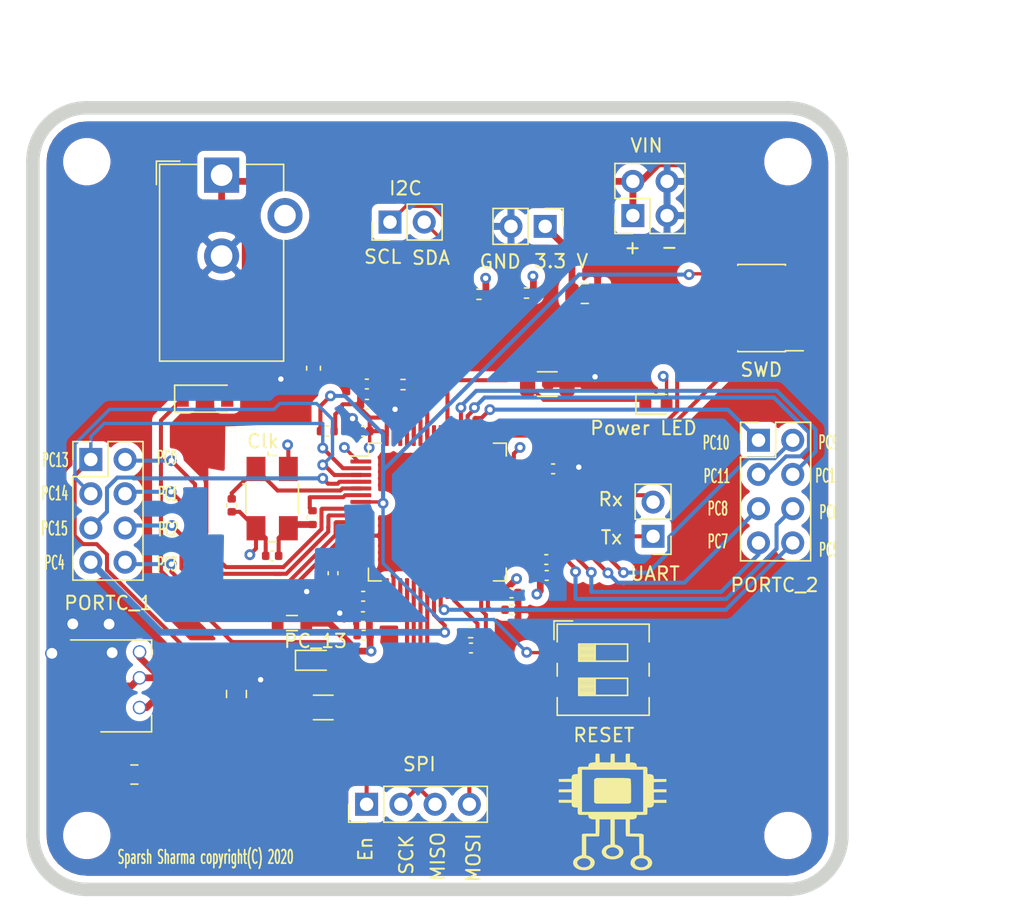
<source format=kicad_pcb>
(kicad_pcb (version 20171130) (host pcbnew "(5.1.8)-1")
  (layers (0 F.Cu signal) (1 In1.Cu power) (2 In2.Cu power) (31 B.Cu signal) (34 B.Paste user) (35 F.Paste user) (36 B.SilkS user) (37 F.SilkS user) (38 B.Mask user) (39 F.Mask user) (44 Edge.Cuts user))
  (net 0 "")
  (net 1 +3V3)
  (net 2 GND)
  (net 3 "Net-(C3-Pad1)")
  (net 4 "Net-(C5-Pad1)")
  (net 5 RCC_OSC_IN)
  (net 6 "Net-(C14-Pad1)")
  (net 7 "Net-(C15-Pad1)")
  (net 8 +3.3VA)
  (net 9 "Net-(D1-Pad1)")
  (net 10 VCC)
  (net 11 "Net-(D2-Pad1)")
  (net 12 SWDIO)
  (net 13 SWCLK)
  (net 14 SWO)
  (net 15 "Net-(J1-Pad7)")
  (net 16 "Net-(J1-Pad8)")
  (net 17 NRESET)
  (net 18 SPI1_EN)
  (net 19 SPI1_SCK)
  (net 20 SPI1_MISO)
  (net 21 SPI1_MOSI)
  (net 22 USART1_TX)
  (net 23 USART1_RX)
  (net 24 PC0)
  (net 25 PC2)
  (net 26 PC1)
  (net 27 PC3)
  (net 28 PC4)
  (net 29 PC5)
  (net 30 PC6)
  (net 31 PC7)
  (net 32 PC8)
  (net 33 PC9)
  (net 34 PC10)
  (net 35 PC11)
  (net 36 PC12)
  (net 37 PC13)
  (net 38 PC14)
  (net 39 PC15)
  (net 40 RCC_OSC_OUT)
  (net 41 I2C1_SCL)
  (net 42 I2C1_SDA)
  (net 43 BOOT0)
  (net 44 BOOT1)
  (net 45 "Net-(U1-Pad14)")
  (net 46 "Net-(U1-Pad15)")
  (net 47 "Net-(U1-Pad16)")
  (net 48 "Net-(U1-Pad17)")
  (net 49 "Net-(U1-Pad26)")
  (net 50 "Net-(U1-Pad28)")
  (net 51 "Net-(U1-Pad29)")
  (net 52 "Net-(U1-Pad30)")
  (net 53 "Net-(U1-Pad33)")
  (net 54 "Net-(U1-Pad34)")
  (net 55 "Net-(U1-Pad35)")
  (net 56 "Net-(U1-Pad36)")
  (net 57 "Net-(U1-Pad41)")
  (net 58 "Net-(U1-Pad44)")
  (net 59 "Net-(U1-Pad45)")
  (net 60 "Net-(U1-Pad50)")
  (net 61 "Net-(U1-Pad54)")
  (net 62 "Net-(U1-Pad56)")
  (net 63 "Net-(U1-Pad57)")
  (net 64 "Net-(U1-Pad61)")
  (net 65 "Net-(U1-Pad62)")
  (net 66 "Net-(D3-Pad1)")
  (module img_kicad:img (layer F.Cu) (at 133.9596 119.3546 270)
    (fp_text reference G*** hide)
    (fp_text value LOGO hide)
  )
  (module LED_SMD:LED_0603_1608Metric (layer F.Cu) (at 137.8662 89.0976)
    (fp_text reference D2)
    (fp_text value LED)
    (pad 1 smd roundrect (at -0.7875 0) (size 0.875 0.95) (layers F.Cu F.Paste F.Mask) (net 11 "Net-(D2-Pad1)"))
    (pad 2 smd roundrect (at 0.7875 0) (size 0.875 0.95) (layers F.Cu F.Paste F.Mask) (net 1 +3V3))
  )
  (module Package_QFP:LQFP-64_10x10mm_P0.5mm (layer F.Cu) (at 121.6537 97.0976)
    (fp_text reference U1)
    (fp_text value STM32F405RGTx)
    (pad 64 smd roundrect (at -3.75 -5.675) (size 0.3 1.55) (layers F.Cu F.Paste F.Mask) (net 1 +3V3))
    (pad 63 smd roundrect (at -3.25 -5.675) (size 0.3 1.55) (layers F.Cu F.Paste F.Mask) (net 2 GND))
    (pad 62 smd roundrect (at -2.75 -5.675) (size 0.3 1.55) (layers F.Cu F.Paste F.Mask) (net 65 "Net-(U1-Pad62)"))
    (pad 61 smd roundrect (at -2.25 -5.675) (size 0.3 1.55) (layers F.Cu F.Paste F.Mask) (net 64 "Net-(U1-Pad61)"))
    (pad 60 smd roundrect (at -1.75 -5.675) (size 0.3 1.55) (layers F.Cu F.Paste F.Mask) (net 43 BOOT0))
    (pad 59 smd roundrect (at -1.25 -5.675) (size 0.3 1.55) (layers F.Cu F.Paste F.Mask) (net 42 I2C1_SDA))
    (pad 58 smd roundrect (at -0.75 -5.675) (size 0.3 1.55) (layers F.Cu F.Paste F.Mask) (net 41 I2C1_SCL))
    (pad 57 smd roundrect (at -0.25 -5.675) (size 0.3 1.55) (layers F.Cu F.Paste F.Mask) (net 63 "Net-(U1-Pad57)"))
    (pad 56 smd roundrect (at 0.25 -5.675) (size 0.3 1.55) (layers F.Cu F.Paste F.Mask) (net 62 "Net-(U1-Pad56)"))
    (pad 55 smd roundrect (at 0.75 -5.675) (size 0.3 1.55) (layers F.Cu F.Paste F.Mask) (net 14 SWO))
    (pad 54 smd roundrect (at 1.25 -5.675) (size 0.3 1.55) (layers F.Cu F.Paste F.Mask) (net 61 "Net-(U1-Pad54)"))
    (pad 53 smd roundrect (at 1.75 -5.675) (size 0.3 1.55) (layers F.Cu F.Paste F.Mask) (net 36 PC12))
    (pad 52 smd roundrect (at 2.25 -5.675) (size 0.3 1.55) (layers F.Cu F.Paste F.Mask) (net 35 PC11))
    (pad 51 smd roundrect (at 2.75 -5.675) (size 0.3 1.55) (layers F.Cu F.Paste F.Mask) (net 34 PC10))
    (pad 50 smd roundrect (at 3.25 -5.675) (size 0.3 1.55) (layers F.Cu F.Paste F.Mask) (net 60 "Net-(U1-Pad50)"))
    (pad 49 smd roundrect (at 3.75 -5.675) (size 0.3 1.55) (layers F.Cu F.Paste F.Mask) (net 13 SWCLK))
    (pad 48 smd roundrect (at 5.675 -3.75) (size 1.55 0.3) (layers F.Cu F.Paste F.Mask) (net 1 +3V3))
    (pad 47 smd roundrect (at 5.675 -3.25) (size 1.55 0.3) (layers F.Cu F.Paste F.Mask) (net 4 "Net-(C5-Pad1)"))
    (pad 46 smd roundrect (at 5.675 -2.75) (size 1.55 0.3) (layers F.Cu F.Paste F.Mask) (net 12 SWDIO))
    (pad 45 smd roundrect (at 5.675 -2.25) (size 1.55 0.3) (layers F.Cu F.Paste F.Mask) (net 59 "Net-(U1-Pad45)"))
    (pad 44 smd roundrect (at 5.675 -1.75) (size 1.55 0.3) (layers F.Cu F.Paste F.Mask) (net 58 "Net-(U1-Pad44)"))
    (pad 43 smd roundrect (at 5.675 -1.25) (size 1.55 0.3) (layers F.Cu F.Paste F.Mask) (net 23 USART1_RX))
    (pad 42 smd roundrect (at 5.675 -0.75) (size 1.55 0.3) (layers F.Cu F.Paste F.Mask) (net 22 USART1_TX))
    (pad 41 smd roundrect (at 5.675 -0.25) (size 1.55 0.3) (layers F.Cu F.Paste F.Mask) (net 57 "Net-(U1-Pad41)"))
    (pad 40 smd roundrect (at 5.675 0.25) (size 1.55 0.3) (layers F.Cu F.Paste F.Mask) (net 33 PC9))
    (pad 39 smd roundrect (at 5.675 0.75) (size 1.55 0.3) (layers F.Cu F.Paste F.Mask) (net 32 PC8))
    (pad 38 smd roundrect (at 5.675 1.25) (size 1.55 0.3) (layers F.Cu F.Paste F.Mask) (net 31 PC7))
    (pad 37 smd roundrect (at 5.675 1.75) (size 1.55 0.3) (layers F.Cu F.Paste F.Mask) (net 30 PC6))
    (pad 36 smd roundrect (at 5.675 2.25) (size 1.55 0.3) (layers F.Cu F.Paste F.Mask) (net 56 "Net-(U1-Pad36)"))
    (pad 35 smd roundrect (at 5.675 2.75) (size 1.55 0.3) (layers F.Cu F.Paste F.Mask) (net 55 "Net-(U1-Pad35)"))
    (pad 34 smd roundrect (at 5.675 3.25) (size 1.55 0.3) (layers F.Cu F.Paste F.Mask) (net 54 "Net-(U1-Pad34)"))
    (pad 33 smd roundrect (at 5.675 3.75) (size 1.55 0.3) (layers F.Cu F.Paste F.Mask) (net 53 "Net-(U1-Pad33)"))
    (pad 32 smd roundrect (at 3.75 5.675) (size 0.3 1.55) (layers F.Cu F.Paste F.Mask) (net 1 +3V3))
    (pad 31 smd roundrect (at 3.25 5.675) (size 0.3 1.55) (layers F.Cu F.Paste F.Mask) (net 3 "Net-(C3-Pad1)"))
    (pad 30 smd roundrect (at 2.75 5.675) (size 0.3 1.55) (layers F.Cu F.Paste F.Mask) (net 52 "Net-(U1-Pad30)"))
    (pad 29 smd roundrect (at 2.25 5.675) (size 0.3 1.55) (layers F.Cu F.Paste F.Mask) (net 51 "Net-(U1-Pad29)"))
    (pad 28 smd roundrect (at 1.75 5.675) (size 0.3 1.55) (layers F.Cu F.Paste F.Mask) (net 50 "Net-(U1-Pad28)"))
    (pad 27 smd roundrect (at 1.25 5.675) (size 0.3 1.55) (layers F.Cu F.Paste F.Mask) (net 44 BOOT1))
    (pad 26 smd roundrect (at 0.75 5.675) (size 0.3 1.55) (layers F.Cu F.Paste F.Mask) (net 49 "Net-(U1-Pad26)"))
    (pad 25 smd roundrect (at 0.25 5.675) (size 0.3 1.55) (layers F.Cu F.Paste F.Mask) (net 29 PC5))
    (pad 24 smd roundrect (at -0.25 5.675) (size 0.3 1.55) (layers F.Cu F.Paste F.Mask) (net 28 PC4))
    (pad 23 smd roundrect (at -0.75 5.675) (size 0.3 1.55) (layers F.Cu F.Paste F.Mask) (net 21 SPI1_MOSI))
    (pad 22 smd roundrect (at -1.25 5.675) (size 0.3 1.55) (layers F.Cu F.Paste F.Mask) (net 20 SPI1_MISO))
    (pad 21 smd roundrect (at -1.75 5.675) (size 0.3 1.55) (layers F.Cu F.Paste F.Mask) (net 19 SPI1_SCK))
    (pad 20 smd roundrect (at -2.25 5.675) (size 0.3 1.55) (layers F.Cu F.Paste F.Mask) (net 18 SPI1_EN))
    (pad 19 smd roundrect (at -2.75 5.675) (size 0.3 1.55) (layers F.Cu F.Paste F.Mask) (net 1 +3V3))
    (pad 18 smd roundrect (at -3.25 5.675) (size 0.3 1.55) (layers F.Cu F.Paste F.Mask) (net 2 GND))
    (pad 17 smd roundrect (at -3.75 5.675) (size 0.3 1.55) (layers F.Cu F.Paste F.Mask) (net 48 "Net-(U1-Pad17)"))
    (pad 16 smd roundrect (at -5.675 3.75) (size 1.55 0.3) (layers F.Cu F.Paste F.Mask) (net 47 "Net-(U1-Pad16)"))
    (pad 15 smd roundrect (at -5.675 3.25) (size 1.55 0.3) (layers F.Cu F.Paste F.Mask) (net 46 "Net-(U1-Pad15)"))
    (pad 14 smd roundrect (at -5.675 2.75) (size 1.55 0.3) (layers F.Cu F.Paste F.Mask) (net 45 "Net-(U1-Pad14)"))
    (pad 13 smd roundrect (at -5.675 2.25) (size 1.55 0.3) (layers F.Cu F.Paste F.Mask) (net 8 +3.3VA))
    (pad 12 smd roundrect (at -5.675 1.75) (size 1.55 0.3) (layers F.Cu F.Paste F.Mask) (net 2 GND))
    (pad 11 smd roundrect (at -5.675 1.25) (size 1.55 0.3) (layers F.Cu F.Paste F.Mask) (net 27 PC3))
    (pad 10 smd roundrect (at -5.675 0.75) (size 1.55 0.3) (layers F.Cu F.Paste F.Mask) (net 25 PC2))
    (pad 9 smd roundrect (at -5.675 0.25) (size 1.55 0.3) (layers F.Cu F.Paste F.Mask) (net 26 PC1))
    (pad 8 smd roundrect (at -5.675 -0.25) (size 1.55 0.3) (layers F.Cu F.Paste F.Mask) (net 24 PC0))
    (pad 7 smd roundrect (at -5.675 -0.75) (size 1.55 0.3) (layers F.Cu F.Paste F.Mask) (net 17 NRESET))
    (pad 6 smd roundrect (at -5.675 -1.25) (size 1.55 0.3) (layers F.Cu F.Paste F.Mask) (net 40 RCC_OSC_OUT))
    (pad 5 smd roundrect (at -5.675 -1.75) (size 1.55 0.3) (layers F.Cu F.Paste F.Mask) (net 5 RCC_OSC_IN))
    (pad 4 smd roundrect (at -5.675 -2.25) (size 1.55 0.3) (layers F.Cu F.Paste F.Mask) (net 39 PC15))
    (pad 3 smd roundrect (at -5.675 -2.75) (size 1.55 0.3) (layers F.Cu F.Paste F.Mask) (net 38 PC14))
    (pad 2 smd roundrect (at -5.675 -3.25) (size 1.55 0.3) (layers F.Cu F.Paste F.Mask) (net 37 PC13))
    (pad 1 smd roundrect (at -5.675 -3.75) (size 1.55 0.3) (layers F.Cu F.Paste F.Mask) (net 1 +3V3))
  )
  (module Connector_PinHeader_2.54mm:PinHeader_2x04_P2.54mm_Vertical (layer F.Cu) (at 145.47088 91.76512)
    (fp_text reference PORTC_2 (at 1.18872 10.74928) (layer F.SilkS))
    (fp_text value Conn_02x04_Odd_Even)
    (pad 1 thru_hole rect (at 0 0) (size 1.7 1.7) (drill 1) (layers *.Cu *.Mask) (net 34 PC10))
    (pad 2 thru_hole oval (at 2.54 0) (size 1.7 1.7) (drill 1) (layers *.Cu *.Mask) (net 33 PC9))
    (pad 3 thru_hole oval (at 0 2.54) (size 1.7 1.7) (drill 1) (layers *.Cu *.Mask) (net 35 PC11))
    (pad 4 thru_hole oval (at 2.54 2.54) (size 1.7 1.7) (drill 1) (layers *.Cu *.Mask) (net 36 PC12))
    (pad 5 thru_hole oval (at 0 5.08) (size 1.7 1.7) (drill 1) (layers *.Cu *.Mask) (net 32 PC8))
    (pad 6 thru_hole oval (at 2.54 5.08) (size 1.7 1.7) (drill 1) (layers *.Cu *.Mask) (net 30 PC6))
    (pad 7 thru_hole oval (at 0 7.62) (size 1.7 1.7) (drill 1) (layers *.Cu *.Mask) (net 31 PC7))
    (pad 8 thru_hole oval (at 2.54 7.62) (size 1.7 1.7) (drill 1) (layers *.Cu *.Mask) (net 29 PC5))
  )
  (module Capacitor_SMD:C_0402_1005Metric (layer F.Cu) (at 109.4037 100.3476 180)
    (fp_text reference C14)
    (fp_text value 12pF)
    (pad 2 smd roundrect (at 0.48 0 180) (size 0.56 0.62) (layers F.Cu F.Paste F.Mask) (net 2 GND))
    (pad 1 smd roundrect (at -0.48 0 180) (size 0.56 0.62) (layers F.Cu F.Paste F.Mask) (net 6 "Net-(C14-Pad1)"))
  )
  (module Capacitor_SMD:C_0603_1608Metric (layer F.Cu) (at 112.4712 86.4235 270)
    (fp_text reference C1)
    (fp_text value 10uF)
    (pad 1 smd roundrect (at -0.775 0 270) (size 0.9 0.95) (layers F.Cu F.Paste F.Mask) (net 1 +3V3))
    (pad 2 smd roundrect (at 0.775 0 270) (size 0.9 0.95) (layers F.Cu F.Paste F.Mask) (net 2 GND))
  )
  (module Capacitor_SMD:C_0402_1005Metric (layer F.Cu) (at 116.1537 91.0976 180)
    (fp_text reference C2)
    (fp_text value 100nF)
    (pad 1 smd roundrect (at -0.48 0 180) (size 0.56 0.62) (layers F.Cu F.Paste F.Mask) (net 1 +3V3))
    (pad 2 smd roundrect (at 0.48 0 180) (size 0.56 0.62) (layers F.Cu F.Paste F.Mask) (net 2 GND))
  )
  (module Capacitor_SMD:C_0402_1005Metric (layer F.Cu) (at 124.15018 107.18546 180)
    (fp_text reference C3)
    (fp_text value 2.2uF)
    (pad 1 smd roundrect (at -0.48 0 180) (size 0.56 0.62) (layers F.Cu F.Paste F.Mask) (net 3 "Net-(C3-Pad1)"))
    (pad 2 smd roundrect (at 0.48 0 180) (size 0.56 0.62) (layers F.Cu F.Paste F.Mask) (net 2 GND))
  )
  (module Capacitor_SMD:C_0402_1005Metric (layer F.Cu) (at 116.13642 104.85882 180)
    (fp_text reference C4)
    (fp_text value 100nF)
    (pad 2 smd roundrect (at 0.48 0 180) (size 0.56 0.62) (layers F.Cu F.Paste F.Mask) (net 2 GND))
    (pad 1 smd roundrect (at -0.48 0 180) (size 0.56 0.62) (layers F.Cu F.Paste F.Mask) (net 1 +3V3))
  )
  (module Capacitor_SMD:C_0402_1005Metric (layer F.Cu) (at 130.2411 93.8911)
    (fp_text reference C5)
    (fp_text value 2.2uF)
    (pad 2 smd roundrect (at 0.48 0) (size 0.56 0.62) (layers F.Cu F.Paste F.Mask) (net 2 GND))
    (pad 1 smd roundrect (at -0.48 0) (size 0.56 0.62) (layers F.Cu F.Paste F.Mask) (net 4 "Net-(C5-Pad1)"))
  )
  (module Capacitor_SMD:C_0402_1005Metric (layer F.Cu) (at 116.18474 106.24058 180)
    (fp_text reference C6)
    (fp_text value 100nF)
    (pad 1 smd roundrect (at -0.48 0 180) (size 0.56 0.62) (layers F.Cu F.Paste F.Mask) (net 1 +3V3))
    (pad 2 smd roundrect (at 0.48 0 180) (size 0.56 0.62) (layers F.Cu F.Paste F.Mask) (net 2 GND))
  )
  (module Capacitor_SMD:C_0402_1005Metric (layer F.Cu) (at 127.1537 103.0976)
    (fp_text reference C7)
    (fp_text value 100nF)
    (pad 1 smd roundrect (at -0.48 0) (size 0.56 0.62) (layers F.Cu F.Paste F.Mask) (net 1 +3V3))
    (pad 2 smd roundrect (at 0.48 0) (size 0.56 0.62) (layers F.Cu F.Paste F.Mask) (net 2 GND))
  )
  (module Capacitor_SMD:C_0402_1005Metric (layer F.Cu) (at 127.1537 104.3476)
    (fp_text reference C8)
    (fp_text value 100nF)
    (pad 2 smd roundrect (at 0.48 0) (size 0.56 0.62) (layers F.Cu F.Paste F.Mask) (net 2 GND))
    (pad 1 smd roundrect (at -0.48 0) (size 0.56 0.62) (layers F.Cu F.Paste F.Mask) (net 1 +3V3))
  )
  (module Capacitor_SMD:C_0402_1005Metric (layer F.Cu) (at 129.7305 100.6221)
    (fp_text reference C9)
    (fp_text value 100nF)
    (pad 2 smd roundrect (at 0.48 0) (size 0.56 0.62) (layers F.Cu F.Paste F.Mask) (net 2 GND))
    (pad 1 smd roundrect (at -0.48 0) (size 0.56 0.62) (layers F.Cu F.Paste F.Mask) (net 1 +3V3))
  )
  (module Capacitor_SMD:C_0402_1005Metric (layer F.Cu) (at 129.7686 101.8032)
    (fp_text reference C10)
    (fp_text value 100nF)
    (pad 1 smd roundrect (at -0.48 0) (size 0.56 0.62) (layers F.Cu F.Paste F.Mask) (net 1 +3V3))
    (pad 2 smd roundrect (at 0.48 0) (size 0.56 0.62) (layers F.Cu F.Paste F.Mask) (net 2 GND))
  )
  (module Capacitor_SMD:C_0402_1005Metric (layer F.Cu) (at 116.4336 89.09812)
    (fp_text reference C11)
    (fp_text value 100nF)
    (pad 2 smd roundrect (at 0.48 0) (size 0.56 0.62) (layers F.Cu F.Paste F.Mask) (net 2 GND))
    (pad 1 smd roundrect (at -0.48 0) (size 0.56 0.62) (layers F.Cu F.Paste F.Mask) (net 1 +3V3))
  )
  (module Capacitor_SMD:C_0402_1005Metric (layer F.Cu) (at 116.42592 87.59698)
    (fp_text reference C12)
    (fp_text value 100nF)
    (pad 1 smd roundrect (at -0.48 0) (size 0.56 0.62) (layers F.Cu F.Paste F.Mask) (net 1 +3V3))
    (pad 2 smd roundrect (at 0.48 0) (size 0.56 0.62) (layers F.Cu F.Paste F.Mask) (net 2 GND))
  )
  (module Capacitor_SMD:C_0402_1005Metric (layer F.Cu) (at 106.4037 96.5976 270)
    (fp_text reference C13)
    (fp_text value 12pF)
    (pad 1 smd roundrect (at -0.48 0 270) (size 0.56 0.62) (layers F.Cu F.Paste F.Mask) (net 5 RCC_OSC_IN))
    (pad 2 smd roundrect (at 0.48 0 270) (size 0.56 0.62) (layers F.Cu F.Paste F.Mask) (net 2 GND))
  )
  (module Capacitor_SMD:C_0805_2012Metric (layer F.Cu) (at 106.7537 110.5976 90)
    (fp_text reference C15)
    (fp_text value 10uF)
    (pad 2 smd roundrect (at 0.95 0 90) (size 1 1.45) (layers F.Cu F.Paste F.Mask) (net 2 GND))
    (pad 1 smd roundrect (at -0.95 0 90) (size 1 1.45) (layers F.Cu F.Paste F.Mask) (net 7 "Net-(C15-Pad1)"))
  )
  (module Capacitor_SMD:C_0402_1005Metric (layer F.Cu) (at 116.1537 103.3476)
    (fp_text reference C16)
    (fp_text value 100nF)
    (pad 2 smd roundrect (at 0.48 0) (size 0.56 0.62) (layers F.Cu F.Paste F.Mask) (net 2 GND))
    (pad 1 smd roundrect (at -0.48 0) (size 0.56 0.62) (layers F.Cu F.Paste F.Mask) (net 8 +3.3VA))
  )
  (module Capacitor_SMD:C_0402_1005Metric (layer F.Cu) (at 113.919 101.6381 270)
    (fp_text reference C17)
    (fp_text value 10nF)
    (pad 2 smd roundrect (at 0.48 0 270) (size 0.56 0.62) (layers F.Cu F.Paste F.Mask) (net 2 GND))
    (pad 1 smd roundrect (at -0.48 0 270) (size 0.56 0.62) (layers F.Cu F.Paste F.Mask) (net 8 +3.3VA))
  )
  (module Diode_SMD:D_SOD-123 (layer F.Cu) (at 104.4194 88.6841)
    (fp_text reference D1)
    (fp_text value D_Schottky)
    (pad 2 smd rect (at 1.65 0) (size 0.9 1.2) (layers F.Cu F.Paste F.Mask) (net 10 VCC))
    (pad 1 smd rect (at -1.65 0) (size 0.9 1.2) (layers F.Cu F.Paste F.Mask) (net 9 "Net-(D1-Pad1)"))
  )
  (module Fuse:Fuse_0805_2012Metric (layer F.Cu) (at 99.1847 116.57584)
    (fp_text reference F1)
    (fp_text value Fuse)
    (pad 1 smd roundrect (at -0.9375 0) (size 0.975 1.4) (layers F.Cu F.Paste F.Mask) (net 7 "Net-(C15-Pad1)"))
    (pad 2 smd roundrect (at 0.9375 0) (size 0.975 1.4) (layers F.Cu F.Paste F.Mask) (net 9 "Net-(D1-Pad1)"))
  )
  (module MountingHole:MountingHole_2.5mm (layer F.Cu) (at 95.6537 71.0976)
    (fp_text reference H1)
    (fp_text value MountingHole)
    (pad 1 np_thru_hole circle (at 0 0) (size 2.5 2.5) (drill 2.5) (layers *.Cu *.Mask))
  )
  (module MountingHole:MountingHole_2.5mm (layer F.Cu) (at 147.6537 71.0976)
    (fp_text reference H2)
    (fp_text value MountingHole)
    (pad 1 np_thru_hole circle (at 0 0) (size 2.5 2.5) (drill 2.5) (layers *.Cu *.Mask))
  )
  (module MountingHole:MountingHole_2.5mm (layer F.Cu) (at 147.6537 121.0976)
    (fp_text reference H3)
    (fp_text value MountingHole)
    (pad 1 np_thru_hole circle (at 0 0) (size 2.5 2.5) (drill 2.5) (layers *.Cu *.Mask))
  )
  (module Connector_PinHeader_1.27mm:PinHeader_2x05_P1.27mm_Vertical_SMD (layer F.Cu) (at 145.70528 81.95818 180)
    (fp_text reference J1)
    (fp_text value Conn_02x05_Odd_Even)
    (pad 1 smd rect (at -1.95 -2.54 180) (size 2.4 0.74) (layers F.Cu F.Paste F.Mask) (net 10 VCC))
    (pad 2 smd rect (at 1.95 -2.54 180) (size 2.4 0.74) (layers F.Cu F.Paste F.Mask) (net 12 SWDIO))
    (pad 3 smd rect (at -1.95 -1.27 180) (size 2.4 0.74) (layers F.Cu F.Paste F.Mask) (net 2 GND))
    (pad 4 smd rect (at 1.95 -1.27 180) (size 2.4 0.74) (layers F.Cu F.Paste F.Mask) (net 13 SWCLK))
    (pad 5 smd rect (at -1.95 0 180) (size 2.4 0.74) (layers F.Cu F.Paste F.Mask) (net 2 GND))
    (pad 6 smd rect (at 1.95 0 180) (size 2.4 0.74) (layers F.Cu F.Paste F.Mask) (net 14 SWO))
    (pad 7 smd rect (at -1.95 1.27 180) (size 2.4 0.74) (layers F.Cu F.Paste F.Mask) (net 15 "Net-(J1-Pad7)"))
    (pad 8 smd rect (at 1.95 1.27 180) (size 2.4 0.74) (layers F.Cu F.Paste F.Mask) (net 16 "Net-(J1-Pad8)"))
    (pad 9 smd rect (at -1.95 2.54 180) (size 2.4 0.74) (layers F.Cu F.Paste F.Mask) (net 2 GND))
    (pad 10 smd rect (at 1.95 2.54 180) (size 2.4 0.74) (layers F.Cu F.Paste F.Mask) (net 17 NRESET))
  )
  (module Connector_PinHeader_2.54mm:PinHeader_1x02_P2.54mm_Vertical (layer F.Cu) (at 129.6537 75.8976 270)
    (fp_text reference "3.3 V" (at 2.5884 -1.1817 180) (layer F.SilkS))
    (fp_text value Conn_01x02)
    (pad 2 thru_hole oval (at 0 2.54 270) (size 1.7 1.7) (drill 1) (layers *.Cu *.Mask) (net 2 GND))
    (pad 1 thru_hole rect (at 0 0 270) (size 1.7 1.7) (drill 1) (layers *.Cu *.Mask) (net 1 +3V3))
  )
  (module Connector_PinHeader_2.54mm:PinHeader_1x04_P2.54mm_Vertical (layer F.Cu) (at 116.4082 118.7831 90)
    (fp_text reference SPI (at 2.9718 3.9116 180) (layer F.SilkS))
    (fp_text value Conn_01x04)
    (pad 4 thru_hole oval (at 0 7.62 90) (size 1.7 1.7) (drill 1) (layers *.Cu *.Mask) (net 21 SPI1_MOSI))
    (pad 3 thru_hole oval (at 0 5.08 90) (size 1.7 1.7) (drill 1) (layers *.Cu *.Mask) (net 20 SPI1_MISO))
    (pad 2 thru_hole oval (at 0 2.54 90) (size 1.7 1.7) (drill 1) (layers *.Cu *.Mask) (net 19 SPI1_SCK))
    (pad 1 thru_hole rect (at 0 0 90) (size 1.7 1.7) (drill 1) (layers *.Cu *.Mask) (net 18 SPI1_EN))
  )
  (module Connector_PinHeader_2.54mm:PinHeader_1x02_P2.54mm_Vertical (layer F.Cu) (at 137.6537 98.8976 180)
    (fp_text reference UART (at -0.1413 -2.7786) (layer F.SilkS))
    (fp_text value Conn_01x02)
    (pad 1 thru_hole rect (at 0 0 180) (size 1.7 1.7) (drill 1) (layers *.Cu *.Mask) (net 22 USART1_TX))
    (pad 2 thru_hole oval (at 0 2.54 180) (size 1.7 1.7) (drill 1) (layers *.Cu *.Mask) (net 23 USART1_RX))
  )
  (module Connector_BarrelJack:BarrelJack_CUI_PJ-102AH_Horizontal (layer F.Cu) (at 105.6537 72.0976)
    (fp_text reference J7)
    (fp_text value Barrel_Jack)
    (pad 1 thru_hole rect (at 0 0) (size 2.6 2.6) (drill 1.6) (layers *.Cu *.Mask) (net 10 VCC))
    (pad 2 thru_hole circle (at 0 6) (size 2.6 2.6) (drill 1.6) (layers *.Cu *.Mask) (net 2 GND))
    (pad 3 thru_hole circle (at 4.7 3) (size 2.6 2.6) (drill 1.6) (layers *.Cu *.Mask))
  )
  (module Resistor_SMD:R_0402_1005Metric (layer F.Cu) (at 112.39246 97.51114 270)
    (fp_text reference R1)
    (fp_text value 220)
    (pad 2 smd roundrect (at 0.51 0 270) (size 0.54 0.64) (layers F.Cu F.Paste F.Mask) (net 6 "Net-(C14-Pad1)"))
    (pad 1 smd roundrect (at -0.51 0 270) (size 0.54 0.64) (layers F.Cu F.Paste F.Mask) (net 40 RCC_OSC_OUT))
  )
  (module Resistor_SMD:R_0402_1005Metric (layer F.Cu) (at 128.26746 80.84566 180)
    (fp_text reference R2)
    (fp_text value 2k)
    (pad 1 smd roundrect (at -0.51 0 180) (size 0.54 0.64) (layers F.Cu F.Paste F.Mask) (net 1 +3V3))
    (pad 2 smd roundrect (at 0.51 0 180) (size 0.54 0.64) (layers F.Cu F.Paste F.Mask) (net 41 I2C1_SCL))
  )
  (module Resistor_SMD:R_0402_1005Metric (layer F.Cu) (at 124.74248 80.9371 180)
    (fp_text reference R3)
    (fp_text value 2k)
    (pad 2 smd roundrect (at 0.51 0 180) (size 0.54 0.64) (layers F.Cu F.Paste F.Mask) (net 42 I2C1_SDA))
    (pad 1 smd roundrect (at -0.51 0 180) (size 0.54 0.64) (layers F.Cu F.Paste F.Mask) (net 1 +3V3))
  )
  (module Resistor_SMD:R_0402_1005Metric (layer F.Cu) (at 113.48974 91.08948 180)
    (fp_text reference R4)
    (fp_text value 10K)
    (pad 2 smd roundrect (at 0.51 0 180) (size 0.54 0.64) (layers F.Cu F.Paste F.Mask) (net 17 NRESET))
    (pad 1 smd roundrect (at -0.51 0 180) (size 0.54 0.64) (layers F.Cu F.Paste F.Mask) (net 1 +3V3))
  )
  (module Resistor_SMD:R_0402_1005Metric (layer F.Cu) (at 119.1133 87.63762)
    (fp_text reference R5)
    (fp_text value 10K)
    (pad 2 smd roundrect (at 0.51 0) (size 0.54 0.64) (layers F.Cu F.Paste F.Mask) (net 43 BOOT0))
    (pad 1 smd roundrect (at -0.51 0) (size 0.54 0.64) (layers F.Cu F.Paste F.Mask) (net 2 GND))
  )
  (module Resistor_SMD:R_0402_1005Metric (layer F.Cu) (at 124.12218 106.03992)
    (fp_text reference R6)
    (fp_text value 10K)
    (pad 1 smd roundrect (at -0.51 0) (size 0.54 0.64) (layers F.Cu F.Paste F.Mask) (net 2 GND))
    (pad 2 smd roundrect (at 0.51 0) (size 0.54 0.64) (layers F.Cu F.Paste F.Mask) (net 44 BOOT1))
  )
  (module Crystal:Crystal_SMD_0603-4Pin_6.0x3.5mm (layer F.Cu) (at 109.4037 96.0976 270)
    (fp_text reference Y1)
    (fp_text value Crystal_GND24)
    (pad 4 smd rect (at -2.2 -1.2 270) (size 1.8 1.4) (layers F.Cu F.Paste F.Mask) (net 2 GND))
    (pad 3 smd rect (at 2.2 -1.2 270) (size 1.8 1.4) (layers F.Cu F.Paste F.Mask) (net 6 "Net-(C14-Pad1)"))
    (pad 2 smd rect (at 2.2 1.2 270) (size 1.8 1.4) (layers F.Cu F.Paste F.Mask) (net 2 GND))
    (pad 1 smd rect (at -2.2 1.2 270) (size 1.8 1.4) (layers F.Cu F.Paste F.Mask) (net 5 RCC_OSC_IN))
  )
  (module Inductor_SMD:L_0805_2012Metric (layer F.Cu) (at 110.871 105.3338)
    (fp_text reference FB1)
    (fp_text value Ferrite_Bead)
    (pad 1 smd roundrect (at -1.0625 0) (size 0.875 1.2) (layers F.Cu F.Paste F.Mask) (net 8 +3.3VA))
    (pad 2 smd roundrect (at 1.0625 0) (size 0.875 1.2) (layers F.Cu F.Paste F.Mask) (net 1 +3V3))
  )
  (module Capacitor_SMD:C_0805_2012Metric (layer F.Cu) (at 132.59054 80.88376)
    (fp_text reference C18)
    (fp_text value 10uF)
    (pad 2 smd roundrect (at 0.95 0) (size 1 1.45) (layers F.Cu F.Paste F.Mask) (net 2 GND))
    (pad 1 smd roundrect (at -0.95 0) (size 1 1.45) (layers F.Cu F.Paste F.Mask) (net 1 +3V3))
  )
  (module MountingHole:MountingHole_2.5mm (layer F.Cu) (at 95.6537 121.0976)
    (fp_text reference H4)
    (fp_text value MountingHole)
    (pad 1 np_thru_hole circle (at 0 0) (size 2.5 2.5) (drill 2.5) (layers *.Cu *.Mask))
  )
  (module Connector_PinHeader_2.54mm:PinHeader_1x02_P2.54mm_Vertical (layer F.Cu) (at 118.14048 75.58024 90)
    (fp_text reference I2C (at 2.50444 1.15062 180) (layer F.SilkS))
    (fp_text value Conn_01x02)
    (pad 1 thru_hole rect (at 0 0 90) (size 1.7 1.7) (drill 1) (layers *.Cu *.Mask) (net 41 I2C1_SCL))
    (pad 2 thru_hole oval (at 0 2.54 90) (size 1.7 1.7) (drill 1) (layers *.Cu *.Mask) (net 42 I2C1_SDA))
  )
  (module Button_Switch_SMD:SW_DIP_SPSTx02_Slide_6.7x6.64mm_W6.73mm_P2.54mm_LowProfile_JPin (layer F.Cu) (at 133.9537 108.7976)
    (fp_text reference RESET (at 0.044 4.8547) (layer F.SilkS))
    (fp_text value SW_Push)
    (pad 4 smd rect (at 3.365 -1.27) (size 2.16 1.12) (layers F.Cu F.Paste F.Mask))
    (pad 2 smd rect (at -3.365 1.27) (size 2.16 1.12) (layers F.Cu F.Paste F.Mask) (net 2 GND))
    (pad 3 smd rect (at 3.365 1.27) (size 2.16 1.12) (layers F.Cu F.Paste F.Mask))
    (pad 1 smd rect (at -3.365 -1.27) (size 2.16 1.12) (layers F.Cu F.Paste F.Mask) (net 17 NRESET))
  )
  (module Package_TO_SOT_SMD:SOT-223-3_TabPin2 (layer F.Cu) (at 98.5537 109.9976)
    (fp_text reference U2)
    (fp_text value AMS1117-3.3)
    (pad 2 smd rect (at 3.15 0) (size 2 3.8) (layers F.Cu F.Paste F.Mask) (net 1 +3V3))
    (pad 2 smd rect (at -3.15 0) (size 2 1.5) (layers F.Cu F.Paste F.Mask) (net 1 +3V3))
    (pad 3 smd rect (at -3.15 2.3) (size 2 1.5) (layers F.Cu F.Paste F.Mask) (net 7 "Net-(C15-Pad1)"))
    (pad 1 smd rect (at -3.15 -2.3) (size 2 1.5) (layers F.Cu F.Paste F.Mask) (net 2 GND))
  )
  (module Connector_PinHeader_2.54mm:PinHeader_2x02_P2.54mm_Vertical (layer F.Cu) (at 136.1537 75.0976 90)
    (fp_text reference VIN (at 5.1968 1.019 180) (layer F.SilkS))
    (fp_text value Conn_02x02_Odd_Even)
    (pad 1 thru_hole rect (at 0 0 90) (size 1.7 1.7) (drill 1) (layers *.Cu *.Mask) (net 10 VCC))
    (pad 2 thru_hole oval (at 2.54 0 90) (size 1.7 1.7) (drill 1) (layers *.Cu *.Mask) (net 10 VCC))
    (pad 3 thru_hole oval (at 0 2.54 90) (size 1.7 1.7) (drill 1) (layers *.Cu *.Mask) (net 2 GND))
    (pad 4 thru_hole oval (at 2.54 2.54 90) (size 1.7 1.7) (drill 1) (layers *.Cu *.Mask) (net 2 GND))
  )
  (module LED_SMD:LED_0603_1608Metric (layer F.Cu) (at 112.6162 108.0976)
    (fp_text reference PC_13 (at 0 -1.43) (layer F.SilkS))
    (fp_text value LED)
    (pad 2 smd roundrect (at 0.7875 0) (size 0.875 0.95) (layers F.Cu F.Paste F.Mask) (net 37 PC13))
    (pad 1 smd roundrect (at -0.7875 0) (size 0.875 0.95) (layers F.Cu F.Paste F.Mask) (net 66 "Net-(D3-Pad1)"))
  )
  (module Resistor_SMD:R_1206_3216Metric (layer F.Cu) (at 129.8087 87.5976)
    (fp_text reference R7)
    (fp_text value 2.2k)
    (pad 2 smd roundrect (at 1.4625 0) (size 1.125 1.75) (layers F.Cu F.Paste F.Mask) (roundrect_rratio 0.2222213333333333) (net 2 GND))
    (pad 1 smd roundrect (at -1.4625 0) (size 1.125 1.75) (layers F.Cu F.Paste F.Mask) (roundrect_rratio 0.2222213333333333) (net 11 "Net-(D2-Pad1)"))
  )
  (module Resistor_SMD:R_1206_3216Metric (layer F.Cu) (at 113.1912 111.5976 180)
    (fp_text reference R8)
    (fp_text value 2.2k)
    (pad 2 smd roundrect (at 1.4625 0 180) (size 1.125 1.75) (layers F.Cu F.Paste F.Mask) (roundrect_rratio 0.2222213333333333) (net 2 GND))
    (pad 1 smd roundrect (at -1.4625 0 180) (size 1.125 1.75) (layers F.Cu F.Paste F.Mask) (roundrect_rratio 0.2222213333333333) (net 66 "Net-(D3-Pad1)"))
  )
  (module Connector_PinHeader_2.54mm:PinHeader_2x04_P2.54mm_Vertical (layer F.Cu) (at 95.9537 93.1976)
    (fp_text reference PORTC_1 (at 1.2902 10.6503) (layer F.SilkS))
    (fp_text value Conn_02x04_Odd_Even)
    (pad 8 thru_hole oval (at 2.54 7.62) (size 1.7 1.7) (drill 1) (layers *.Cu *.Mask) (net 27 PC3))
    (pad 7 thru_hole oval (at 0 7.62) (size 1.7 1.7) (drill 1) (layers *.Cu *.Mask) (net 28 PC4))
    (pad 6 thru_hole oval (at 2.54 5.08) (size 1.7 1.7) (drill 1) (layers *.Cu *.Mask) (net 25 PC2))
    (pad 5 thru_hole oval (at 0 5.08) (size 1.7 1.7) (drill 1) (layers *.Cu *.Mask) (net 39 PC15))
    (pad 4 thru_hole oval (at 2.54 2.54) (size 1.7 1.7) (drill 1) (layers *.Cu *.Mask) (net 26 PC1))
    (pad 3 thru_hole oval (at 0 2.54) (size 1.7 1.7) (drill 1) (layers *.Cu *.Mask) (net 38 PC14))
    (pad 2 thru_hole oval (at 2.54 0) (size 1.7 1.7) (drill 1) (layers *.Cu *.Mask) (net 24 PC0))
    (pad 1 thru_hole rect (at 0 0) (size 1.7 1.7) (drill 1) (layers *.Cu *.Mask) (net 37 PC13))
  )
  (gr_text "Sparsh Sharma copyright(C) 2020" (at 104.4702 122.6947) (layer F.SilkS) (effects (font (size 1 0.5) (thickness 0.125))))
  (gr_text "Clk\n" (at 108.712 91.8464) (layer F.SilkS) (effects (font (size 1 1))))
  (gr_text "PC10\n" (at 142.3289 91.9607) (layer F.SilkS) (effects (font (size 1 0.5) (thickness 0.125))))
  (gr_text PC11 (at 142.3924 94.4372) (layer F.SilkS) (effects (font (size 1 0.5) (thickness 0.125))))
  (gr_text "PC8\n" (at 142.4559 96.8502) (layer F.SilkS) (effects (font (size 1 0.5) (thickness 0.125))))
  (gr_text PC7 (at 142.4559 99.2886) (layer F.SilkS) (effects (font (size 1 0.5) (thickness 0.125))))
  (gr_text PC5 (at 150.7109 99.9109) (layer F.SilkS) (effects (font (size 1 0.5) (thickness 0.125))))
  (gr_text PC6 (at 150.7363 97.1169) (layer F.SilkS) (effects (font (size 1 0.5) (thickness 0.125))))
  (gr_text PC12 (at 150.6728 94.4118) (layer F.SilkS) (effects (font (size 1 0.5) (thickness 0.125))))
  (gr_text PC9 (at 150.6728 91.9353) (layer F.SilkS) (effects (font (size 1 0.5) (thickness 0.125))))
  (gr_text PC3 (at 101.6127 100.9777) (layer F.SilkS) (effects (font (size 1 0.5) (thickness 0.125))))
  (gr_text PC2 (at 101.7016 98.3869) (layer F.SilkS) (effects (font (size 1 0.5) (thickness 0.125))))
  (gr_text "PC1\n" (at 101.6762 95.758) (layer F.SilkS) (effects (font (size 1 0.5) (thickness 0.125))))
  (gr_text "PC0\n" (at 101.6 93.0783) (layer F.SilkS) (effects (font (size 1 0.5) (thickness 0.125))))
  (gr_text "PC4\n" (at 93.2561 100.8634) (layer F.SilkS) (effects (font (size 1 0.5) (thickness 0.125))))
  (gr_text PC15 (at 93.2561 98.3234) (layer F.SilkS) (effects (font (size 1 0.5) (thickness 0.125))))
  (gr_text "PC14\n" (at 93.2815 95.7199) (layer F.SilkS) (effects (font (size 1 0.5) (thickness 0.125))))
  (gr_text PC13 (at 93.3196 93.2434) (layer F.SilkS) (effects (font (size 1 0.5) (thickness 0.125))))
  (gr_text MOSI (at 124.333 122.7582 90) (layer F.SilkS) (effects (font (size 1 1))))
  (gr_text MISO (at 121.6914 122.6566 90) (layer F.SilkS) (effects (font (size 1 1))))
  (gr_text SCK (at 119.3546 122.5296 90) (layer F.SilkS) (effects (font (size 1 1))))
  (gr_text En (at 116.3193 122.0978 90) (layer F.SilkS) (effects (font (size 1 1))))
  (gr_text Tx (at 134.5692 98.9838) (layer F.SilkS) (effects (font (size 1 1))))
  (gr_text Rx (at 134.5057 96.1517) (layer F.SilkS) (effects (font (size 1 1))))
  (gr_text SWD (at 145.6817 86.5378) (layer F.SilkS) (effects (font (size 1 1))))
  (gr_text GND (at 126.3142 78.5114) (layer F.SilkS) (effects (font (size 1 1))))
  (gr_text - (at 138.8618 77.4192) (layer F.SilkS) (effects (font (size 1 1))))
  (gr_text + (at 136.1313 77.4446) (layer F.SilkS) (effects (font (size 1 1))))
  (gr_text SDA (at 121.1834 78.232) (layer F.SilkS) (effects (font (size 1 1))))
  (gr_text "SCL\n" (at 117.602 78.1558) (layer F.SilkS) (effects (font (size 1 1))))
  (gr_text "Power LED" (at 136.9441 90.8685) (layer F.SilkS) (effects (font (size 1 1))))
  (gr_arc (start 147.6537 121.0976) (end 147.6537 125.0976) (angle -90) (layer Edge.Cuts) (width 1))
  (gr_arc (start 95.6537 121.0976) (end 91.6537 121.0976) (angle -90) (layer Edge.Cuts) (width 1))
  (gr_arc (start 95.6537 71.0976) (end 95.6537 67.0976) (angle -90) (layer Edge.Cuts) (width 1))
  (gr_arc (start 147.6537 71.0976) (end 151.6537 71.0976) (angle -90) (layer Edge.Cuts) (width 1))
  (gr_line (start 91.6537 121.0976) (end 91.6537 71.0976) (layer Edge.Cuts) (width 1))
  (gr_line (start 147.6537 125.0976) (end 95.6537 125.0976) (layer Edge.Cuts) (width 1))
  (gr_line (start 151.6537 71.0976) (end 151.6537 121.0976) (layer Edge.Cuts) (width 1))
  (gr_line (start 95.6537 67.0976) (end 147.6537 67.0976) (layer Edge.Cuts) (width 1))
  (segment (start 125.7287 103.0976) (end 125.4037 102.7726) (width 0.3) (layer F.Cu) (net 1))
  (segment (start 126.6737 103.0976) (end 125.7287 103.0976) (width 0.3) (layer F.Cu) (net 1))
  (segment (start 126.6737 104.3476) (end 125.59216 104.3476) (width 0.3) (layer F.Cu) (net 1))
  (segment (start 125.4037 104.15914) (end 125.4037 102.7726) (width 0.3) (layer F.Cu) (net 1))
  (segment (start 125.59216 104.3476) (end 125.4037 104.15914) (width 0.3) (layer F.Cu) (net 1))
  (segment (start 131.64054 77.88444) (end 129.6537 75.8976) (width 0.5) (layer F.Cu) (net 1))
  (segment (start 131.64054 80.88376) (end 131.64054 77.88444) (width 0.5) (layer F.Cu) (net 1))
  (via (at 99.568 107.4801) (size 1) (drill 0.8) (layers F.Cu B.Cu) (net 1))
  (via (at 99.568 109.3978) (size 1) (drill 0.8) (layers F.Cu B.Cu) (net 1))
  (via (at 99.568 111.6076) (size 1) (drill 0.8) (layers F.Cu B.Cu) (net 1))
  (segment (start 101.1039 109.3978) (end 101.7037 109.9976) (width 0.5) (layer F.Cu) (net 1))
  (segment (start 99.568 109.3978) (end 101.1039 109.3978) (width 0.5) (layer F.Cu) (net 1))
  (segment (start 99.568 107.8619) (end 101.7037 109.9976) (width 0.5) (layer F.Cu) (net 1))
  (segment (start 99.568 107.4801) (end 99.568 107.8619) (width 0.5) (layer F.Cu) (net 1))
  (segment (start 100.0937 111.6076) (end 101.7037 109.9976) (width 0.5) (layer F.Cu) (net 1))
  (segment (start 99.568 111.6076) (end 100.0937 111.6076) (width 0.5) (layer F.Cu) (net 1))
  (segment (start 98.9682 109.9976) (end 99.568 109.3978) (width 0.5) (layer F.Cu) (net 1))
  (segment (start 95.4037 109.9976) (end 98.9682 109.9976) (width 0.5) (layer F.Cu) (net 1))
  (segment (start 116.6337 90.08822) (end 116.6337 91.0976) (width 0.3) (layer F.Cu) (net 1))
  (segment (start 115.9536 89.40812) (end 116.6337 90.08822) (width 0.3) (layer F.Cu) (net 1))
  (segment (start 115.9536 89.09812) (end 115.9536 89.40812) (width 0.3) (layer F.Cu) (net 1))
  (segment (start 117.9037 91.4226) (end 117.9037 90.3955) (width 0.3) (layer F.Cu) (net 1))
  (segment (start 117.59642 90.08822) (end 116.6337 90.08822) (width 0.3) (layer F.Cu) (net 1))
  (segment (start 117.9037 90.3955) (end 117.59642 90.08822) (width 0.3) (layer F.Cu) (net 1))
  (segment (start 117.5787 91.0976) (end 117.9037 91.4226) (width 0.3) (layer F.Cu) (net 1))
  (segment (start 116.6337 91.0976) (end 117.5787 91.0976) (width 0.3) (layer F.Cu) (net 1))
  (via (at 127.7874 92.3036) (size 0.8) (drill 0.4) (layers F.Cu B.Cu) (net 1))
  (segment (start 127.3287 92.7623) (end 127.7874 92.3036) (width 0.3) (layer F.Cu) (net 1))
  (segment (start 127.3287 93.3476) (end 127.3287 92.7623) (width 0.3) (layer F.Cu) (net 1))
  (via (at 125.2347 79.7433) (size 0.8) (drill 0.4) (layers F.Cu B.Cu) (net 1))
  (segment (start 125.25248 79.76108) (end 125.2347 79.7433) (width 0.5) (layer F.Cu) (net 1))
  (segment (start 125.25248 80.9371) (end 125.25248 79.76108) (width 0.5) (layer F.Cu) (net 1))
  (via (at 128.7399 79.5909) (size 0.8) (drill 0.4) (layers F.Cu B.Cu) (net 1))
  (segment (start 128.77746 79.62846) (end 128.7399 79.5909) (width 0.5) (layer F.Cu) (net 1))
  (segment (start 128.77746 80.84566) (end 128.77746 79.62846) (width 0.5) (layer F.Cu) (net 1))
  (via (at 129.032 103.1875) (size 0.8) (drill 0.4) (layers F.Cu B.Cu) (net 1))
  (segment (start 129.2505 101.7651) (end 129.2886 101.8032) (width 0.5) (layer F.Cu) (net 1))
  (segment (start 129.2505 100.6221) (end 129.2505 101.7651) (width 0.5) (layer F.Cu) (net 1))
  (segment (start 129.2886 102.9309) (end 129.032 103.1875) (width 0.5) (layer F.Cu) (net 1))
  (segment (start 129.2886 101.8032) (end 129.2886 102.9309) (width 0.5) (layer F.Cu) (net 1))
  (via (at 127.5334 102.0445) (size 0.8) (drill 0.4) (layers F.Cu B.Cu) (net 1))
  (segment (start 126.6737 102.9042) (end 127.5334 102.0445) (width 0.5) (layer F.Cu) (net 1))
  (segment (start 126.6737 103.0976) (end 126.6737 102.9042) (width 0.5) (layer F.Cu) (net 1))
  (via (at 116.7384 107.4166) (size 0.8) (drill 0.4) (layers F.Cu B.Cu) (net 1))
  (segment (start 116.61642 106.19226) (end 116.66474 106.24058) (width 0.5) (layer F.Cu) (net 1))
  (segment (start 116.61642 104.85882) (end 116.61642 106.19226) (width 0.5) (layer F.Cu) (net 1))
  (segment (start 116.66474 107.34294) (end 116.7384 107.4166) (width 0.5) (layer F.Cu) (net 1))
  (segment (start 116.66474 106.24058) (end 116.66474 107.34294) (width 0.5) (layer F.Cu) (net 1))
  (segment (start 115.7227 107.4166) (end 116.7384 107.4166) (width 0.5) (layer F.Cu) (net 1))
  (segment (start 113.6537 105.3476) (end 115.7227 107.4166) (width 0.5) (layer F.Cu) (net 1))
  (segment (start 115.9536 87.60466) (end 115.94592 87.59698) (width 0.5) (layer F.Cu) (net 1))
  (segment (start 115.9536 89.09812) (end 115.9536 87.60466) (width 0.5) (layer F.Cu) (net 1))
  (segment (start 115.9536 89.09812) (end 114.65003 89.09812) (width 0.3) (layer F.Cu) (net 1))
  (segment (start 114.57891 89.16924) (end 114.57891 89.34316) (width 0.3) (layer F.Cu) (net 1))
  (segment (start 114.57891 89.34316) (end 114.08227 89.8398) (width 0.3) (layer F.Cu) (net 1))
  (segment (start 114.65003 89.09812) (end 114.57891 89.16924) (width 0.3) (layer F.Cu) (net 1))
  (segment (start 114.08227 91.00695) (end 113.99974 91.08948) (width 0.3) (layer F.Cu) (net 1))
  (segment (start 114.08227 89.8398) (end 114.08227 91.00695) (width 0.3) (layer F.Cu) (net 1))
  (segment (start 118.9037 102.7726) (end 118.9037 104.5528) (width 0.3) (layer F.Cu) (net 1))
  (segment (start 118.59768 104.85882) (end 116.61642 104.85882) (width 0.3) (layer F.Cu) (net 1))
  (segment (start 118.9037 104.5528) (end 118.59768 104.85882) (width 0.3) (layer F.Cu) (net 1))
  (via (at 138.4046 87.0204) (size 0.8) (drill 0.4) (layers F.Cu B.Cu) (net 1))
  (segment (start 113.99744 85.6485) (end 115.94592 87.59698) (width 0.25) (layer F.Cu) (net 1))
  (segment (start 112.4712 85.6485) (end 113.99744 85.6485) (width 0.25) (layer F.Cu) (net 1))
  (segment (start 138.6537 87.2695) (end 138.4046 87.0204) (width 0.25) (layer F.Cu) (net 1))
  (segment (start 138.6537 89.0976) (end 138.6537 87.2695) (width 0.25) (layer F.Cu) (net 1))
  (via (at 114.7572 92.3036) (size 0.8) (drill 0.4) (layers F.Cu B.Cu) (net 1))
  (via (at 116.5987 92.3163) (size 0.8) (drill 0.4) (layers F.Cu B.Cu) (net 1))
  (segment (start 115.8012 93.3476) (end 114.7572 92.3036) (width 0.25) (layer F.Cu) (net 1))
  (segment (start 115.9787 93.3476) (end 115.8012 93.3476) (width 0.25) (layer F.Cu) (net 1))
  (segment (start 116.6337 92.2813) (end 116.5987 92.3163) (width 0.25) (layer F.Cu) (net 1))
  (segment (start 116.6337 91.0976) (end 116.6337 92.2813) (width 0.25) (layer F.Cu) (net 1))
  (segment (start 111.9473 105.3476) (end 111.9335 105.3338) (width 0.5) (layer F.Cu) (net 1))
  (segment (start 113.6537 105.3476) (end 111.9473 105.3476) (width 0.5) (layer F.Cu) (net 1))
  (segment (start 116.9136 87.60466) (end 116.90592 87.59698) (width 0.5) (layer F.Cu) (net 2))
  (segment (start 116.9136 89.09812) (end 116.9136 87.60466) (width 0.5) (layer F.Cu) (net 2))
  (segment (start 106.4037 97.0776) (end 106.9837 97.0776) (width 0.3) (layer F.Cu) (net 2))
  (via (at 93.0656 107.5817) (size 1) (drill 0.8) (layers F.Cu B.Cu) (net 2))
  (via (at 97.3074 105.41) (size 1) (drill 0.8) (layers F.Cu B.Cu) (net 2))
  (via (at 97.536 107.5309) (size 1) (drill 0.8) (layers F.Cu B.Cu) (net 2))
  (segment (start 95.5704 107.5309) (end 95.4037 107.6976) (width 0.5) (layer F.Cu) (net 2))
  (segment (start 97.536 107.5309) (end 95.5704 107.5309) (width 0.5) (layer F.Cu) (net 2))
  (segment (start 95.4037 107.3137) (end 97.3074 105.41) (width 0.5) (layer F.Cu) (net 2))
  (segment (start 95.4037 107.6976) (end 95.4037 107.3137) (width 0.5) (layer F.Cu) (net 2))
  (segment (start 93.1815 107.6976) (end 93.0656 107.5817) (width 0.5) (layer F.Cu) (net 2))
  (segment (start 95.4037 107.6976) (end 93.1815 107.6976) (width 0.5) (layer F.Cu) (net 2))
  (segment (start 95.4037 107.6976) (end 95.4037 106.186) (width 0.5) (layer F.Cu) (net 2))
  (segment (start 95.4037 106.186) (end 94.615 105.3973) (width 0.5) (layer F.Cu) (net 2))
  (via (at 94.615 105.3973) (size 1) (drill 0.8) (layers F.Cu B.Cu) (net 2))
  (via (at 108.5469 109.5375) (size 0.8) (drill 0.4) (layers F.Cu B.Cu) (net 2))
  (segment (start 106.8638 109.5375) (end 106.7537 109.6476) (width 0.5) (layer F.Cu) (net 2))
  (segment (start 108.5469 109.5375) (end 106.8638 109.5375) (width 0.5) (layer F.Cu) (net 2))
  (via (at 115.3668 90.1573) (size 0.8) (drill 0.4) (layers F.Cu B.Cu) (net 2))
  (segment (start 115.6737 90.4642) (end 115.3668 90.1573) (width 0.3) (layer F.Cu) (net 2))
  (segment (start 115.6737 91.0976) (end 115.6737 90.4642) (width 0.3) (layer F.Cu) (net 2))
  (via (at 133.35 87.0585) (size 0.8) (drill 0.4) (layers F.Cu B.Cu) (net 2))
  (via (at 132.1435 93.7641) (size 0.8) (drill 0.4) (layers F.Cu B.Cu) (net 2))
  (segment (start 132.8109 87.5976) (end 133.35 87.0585) (width 0.3) (layer F.Cu) (net 2))
  (segment (start 131.2712 87.5976) (end 132.8109 87.5976) (width 0.3) (layer F.Cu) (net 2))
  (segment (start 130.8481 93.7641) (end 130.7211 93.8911) (width 0.3) (layer F.Cu) (net 2))
  (segment (start 132.1435 93.7641) (end 130.8481 93.7641) (width 0.3) (layer F.Cu) (net 2))
  (via (at 118.5164 89.4715) (size 0.8) (drill 0.4) (layers F.Cu B.Cu) (net 2))
  (segment (start 117.18371 103.89761) (end 116.6337 103.3476) (width 0.3) (layer F.Cu) (net 2))
  (segment (start 118.27619 103.89761) (end 117.18371 103.89761) (width 0.3) (layer F.Cu) (net 2))
  (segment (start 118.4037 103.7701) (end 118.27619 103.89761) (width 0.3) (layer F.Cu) (net 2))
  (segment (start 118.4037 102.7726) (end 118.4037 103.7701) (width 0.3) (layer F.Cu) (net 2))
  (segment (start 115.65642 104.81584) (end 115.65642 104.85882) (width 0.3) (layer F.Cu) (net 2))
  (segment (start 116.6337 103.83856) (end 115.65642 104.81584) (width 0.3) (layer F.Cu) (net 2))
  (segment (start 116.6337 103.3476) (end 116.6337 103.83856) (width 0.3) (layer F.Cu) (net 2))
  (via (at 110.04804 87.22868) (size 0.8) (drill 0.4) (layers F.Cu B.Cu) (net 2))
  (segment (start 115.9787 98.8476) (end 117.2499 98.8476) (width 0.3) (layer F.Cu) (net 2))
  (segment (start 118.4037 101.896542) (end 118.4037 102.7726) (width 0.3) (layer F.Cu) (net 2))
  (segment (start 118.3513 101.844142) (end 118.4037 101.896542) (width 0.3) (layer F.Cu) (net 2))
  (segment (start 118.3513 99.949) (end 118.3513 101.844142) (width 0.3) (layer F.Cu) (net 2))
  (segment (start 117.2499 98.8476) (end 118.3513 99.949) (width 0.3) (layer F.Cu) (net 2))
  (segment (start 118.5164 89.6652) (end 118.4037 89.7779) (width 0.3) (layer F.Cu) (net 2))
  (segment (start 118.5164 89.4715) (end 118.5164 89.6652) (width 0.3) (layer F.Cu) (net 2))
  (segment (start 118.4037 91.4226) (end 118.4037 89.7779) (width 0.3) (layer F.Cu) (net 2))
  (segment (start 106.9837 97.0776) (end 108.2037 98.2976) (width 0.3) (layer F.Cu) (net 2))
  (segment (start 108.9237 99.0176) (end 108.2037 98.2976) (width 0.3) (layer F.Cu) (net 2))
  (segment (start 108.9237 100.3476) (end 108.9237 99.0176) (width 0.3) (layer F.Cu) (net 2))
  (segment (start 110.07822 87.1985) (end 110.04804 87.22868) (width 0.3) (layer F.Cu) (net 2))
  (segment (start 112.4712 87.1985) (end 110.07822 87.1985) (width 0.3) (layer F.Cu) (net 2))
  (segment (start 108.2037 98.2976) (end 108.2037 99.80452) (width 0.3) (layer F.Cu) (net 2))
  (segment (start 108.2037 99.80452) (end 107.7468 100.26142) (width 0.3) (layer F.Cu) (net 2))
  (via (at 107.7468 100.26142) (size 0.8) (drill 0.4) (layers F.Cu B.Cu) (net 2))
  (segment (start 110.6037 92.16838) (end 110.54842 92.1131) (width 0.3) (layer F.Cu) (net 2))
  (segment (start 110.6037 93.8976) (end 110.6037 92.16838) (width 0.3) (layer F.Cu) (net 2))
  (via (at 110.54842 92.1131) (size 0.8) (drill 0.4) (layers F.Cu B.Cu) (net 2))
  (segment (start 115.65642 104.85882) (end 115.52682 104.85882) (width 0.25) (layer F.Cu) (net 2))
  (via (at 111.9632 102.997) (size 0.8) (drill 0.4) (layers F.Cu B.Cu) (net 2))
  (segment (start 112.8421 102.1181) (end 111.9632 102.997) (width 0.3) (layer F.Cu) (net 2))
  (segment (start 113.919 102.1181) (end 112.8421 102.1181) (width 0.3) (layer F.Cu) (net 2))
  (via (at 114.4143 104.5972) (size 0.8) (drill 0.4) (layers F.Cu B.Cu) (net 2))
  (segment (start 114.67592 104.85882) (end 114.4143 104.5972) (width 0.4) (layer F.Cu) (net 2))
  (segment (start 115.65642 104.85882) (end 114.67592 104.85882) (width 0.4) (layer F.Cu) (net 2))
  (segment (start 124.9037 104.36626) (end 124.9037 102.7726) (width 0.3) (layer F.Cu) (net 3))
  (segment (start 125.25219 104.71475) (end 124.9037 104.36626) (width 0.3) (layer F.Cu) (net 3))
  (segment (start 125.25219 106.56345) (end 125.25219 104.71475) (width 0.3) (layer F.Cu) (net 3))
  (segment (start 124.63018 107.18546) (end 125.25219 106.56345) (width 0.3) (layer F.Cu) (net 3))
  (segment (start 129.7176 93.8476) (end 127.3287 93.8476) (width 0.3) (layer F.Cu) (net 4))
  (segment (start 129.7611 93.8911) (end 129.7176 93.8476) (width 0.3) (layer F.Cu) (net 4))
  (segment (start 114.460811 95.497609) (end 109.803709 95.497609) (width 0.3) (layer F.Cu) (net 5))
  (segment (start 114.61082 95.3476) (end 114.460811 95.497609) (width 0.3) (layer F.Cu) (net 5))
  (segment (start 109.803709 95.497609) (end 108.2037 93.8976) (width 0.3) (layer F.Cu) (net 5))
  (segment (start 115.9787 95.3476) (end 114.61082 95.3476) (width 0.3) (layer F.Cu) (net 5))
  (segment (start 106.4037 95.6976) (end 108.2037 93.8976) (width 0.3) (layer F.Cu) (net 5))
  (segment (start 106.4037 96.1176) (end 106.4037 95.6976) (width 0.3) (layer F.Cu) (net 5))
  (segment (start 109.8837 99.0176) (end 110.6037 98.2976) (width 0.3) (layer F.Cu) (net 6))
  (segment (start 109.8837 100.3476) (end 109.8837 99.0176) (width 0.3) (layer F.Cu) (net 6))
  (segment (start 110.88016 98.02114) (end 110.6037 98.2976) (width 0.5) (layer F.Cu) (net 6))
  (segment (start 112.39246 98.02114) (end 110.88016 98.02114) (width 0.5) (layer F.Cu) (net 6))
  (segment (start 102.475439 112.347601) (end 98.2472 116.57584) (width 0.5) (layer F.Cu) (net 7))
  (segment (start 105.953699 112.347601) (end 102.475439 112.347601) (width 0.5) (layer F.Cu) (net 7))
  (segment (start 106.7537 111.5476) (end 105.953699 112.347601) (width 0.5) (layer F.Cu) (net 7))
  (segment (start 98.2472 116.57584) (end 96.71304 116.57584) (width 0.5) (layer F.Cu) (net 7))
  (segment (start 95.4037 115.2665) (end 95.4037 112.2976) (width 0.5) (layer F.Cu) (net 7))
  (segment (start 96.71304 116.57584) (end 95.4037 115.2665) (width 0.5) (layer F.Cu) (net 7))
  (segment (start 115.511 103.1849) (end 115.6737 103.3476) (width 0.5) (layer F.Cu) (net 8))
  (segment (start 113.6904 103.1849) (end 115.511 103.1849) (width 0.5) (layer F.Cu) (net 8))
  (segment (start 113.6904 103.1849) (end 113.6904 103.1859) (width 0.5) (layer F.Cu) (net 8))
  (segment (start 115.9787 99.3476) (end 114.9903 99.3476) (width 0.3) (layer F.Cu) (net 8))
  (segment (start 114.85369 102.52759) (end 115.6737 103.3476) (width 0.3) (layer F.Cu) (net 8))
  (segment (start 114.9903 99.3476) (end 114.85369 99.48421) (width 0.3) (layer F.Cu) (net 8))
  (segment (start 114.8106 101.1581) (end 114.85369 101.20119) (width 0.3) (layer F.Cu) (net 8))
  (segment (start 113.919 101.1581) (end 114.8106 101.1581) (width 0.3) (layer F.Cu) (net 8))
  (segment (start 114.85369 101.20119) (end 114.85369 102.52759) (width 0.3) (layer F.Cu) (net 8))
  (segment (start 114.85369 99.48421) (end 114.85369 101.20119) (width 0.3) (layer F.Cu) (net 8))
  (segment (start 112.59151 104.28379) (end 113.6904 103.1849) (width 0.5) (layer F.Cu) (net 8))
  (segment (start 110.85851 104.28379) (end 112.59151 104.28379) (width 0.5) (layer F.Cu) (net 8))
  (segment (start 109.8085 105.3338) (end 110.85851 104.28379) (width 0.5) (layer F.Cu) (net 8))
  (segment (start 101.154799 90.298701) (end 102.7694 88.6841) (width 0.3) (layer F.Cu) (net 9))
  (segment (start 101.154799 101.462404) (end 101.154799 90.298701) (width 0.3) (layer F.Cu) (net 9))
  (segment (start 106.435895 106.7435) (end 101.154799 101.462404) (width 0.3) (layer F.Cu) (net 9))
  (segment (start 113.32895 106.7435) (end 106.435895 106.7435) (width 0.3) (layer F.Cu) (net 9))
  (segment (start 115.56621 108.98076) (end 113.32895 106.7435) (width 0.3) (layer F.Cu) (net 9))
  (segment (start 115.56621 112.471136) (end 115.56621 108.98076) (width 0.3) (layer F.Cu) (net 9))
  (segment (start 111.461506 116.57584) (end 115.56621 112.471136) (width 0.3) (layer F.Cu) (net 9))
  (segment (start 100.1222 116.57584) (end 111.461506 116.57584) (width 0.3) (layer F.Cu) (net 9))
  (segment (start 136.0037 75.2476) (end 136.1537 75.0976) (width 0.5) (layer F.Cu) (net 10))
  (segment (start 136.1537 72.5576) (end 136.1537 74.5333) (width 0.5) (layer F.Cu) (net 10))
  (segment (start 136.1537 74.5333) (end 136.1537 75.0976) (width 0.5) (layer F.Cu) (net 10))
  (segment (start 118.7537 72.73906) (end 118.57224 72.5576) (width 0.5) (layer F.Cu) (net 10))
  (segment (start 118.57224 72.5576) (end 106.1137 72.5576) (width 0.5) (layer F.Cu) (net 10))
  (segment (start 136.1537 72.5576) (end 118.57224 72.5576) (width 0.5) (layer F.Cu) (net 10))
  (segment (start 107.403701 87.349799) (end 107.403701 76.034701) (width 0.5) (layer F.Cu) (net 10))
  (segment (start 106.0694 88.6841) (end 107.403701 87.349799) (width 0.5) (layer F.Cu) (net 10))
  (segment (start 105.6537 74.2847) (end 105.6537 72.0976) (width 0.5) (layer F.Cu) (net 10))
  (segment (start 107.403701 76.034701) (end 105.6537 74.2847) (width 0.5) (layer F.Cu) (net 10))
  (segment (start 148.765282 84.49818) (end 147.65528 84.49818) (width 0.5) (layer F.Cu) (net 10))
  (segment (start 149.305281 77.753481) (end 149.305281 83.958181) (width 0.5) (layer F.Cu) (net 10))
  (segment (start 142.809399 71.257599) (end 149.305281 77.753481) (width 0.5) (layer F.Cu) (net 10))
  (segment (start 138.069699 71.257599) (end 142.809399 71.257599) (width 0.5) (layer F.Cu) (net 10))
  (segment (start 149.305281 83.958181) (end 148.765282 84.49818) (width 0.5) (layer F.Cu) (net 10))
  (segment (start 136.1537 73.173598) (end 138.069699 71.257599) (width 0.5) (layer F.Cu) (net 10))
  (segment (start 136.1537 75.0976) (end 136.1537 73.173598) (width 0.5) (layer F.Cu) (net 10))
  (segment (start 128.3462 87.5976) (end 129.54621 88.79761) (width 0.25) (layer F.Cu) (net 11))
  (segment (start 136.77871 88.79761) (end 137.0787 89.0976) (width 0.25) (layer F.Cu) (net 11))
  (segment (start 129.54621 88.79761) (end 136.77871 88.79761) (width 0.25) (layer F.Cu) (net 11))
  (segment (start 129.41813 94.55111) (end 129.21462 94.3476) (width 0.3) (layer F.Cu) (net 12))
  (segment (start 135.18666 94.55111) (end 129.41813 94.55111) (width 0.3) (layer F.Cu) (net 12))
  (segment (start 129.21462 94.3476) (end 127.3287 94.3476) (width 0.3) (layer F.Cu) (net 12))
  (segment (start 143.75528 85.98249) (end 135.18666 94.55111) (width 0.3) (layer F.Cu) (net 12))
  (segment (start 143.75528 84.49818) (end 143.75528 85.98249) (width 0.3) (layer F.Cu) (net 12))
  (segment (start 137.60805 91.4226) (end 125.4037 91.4226) (width 0.3) (layer F.Cu) (net 13))
  (segment (start 139.44121 89.58944) (end 137.60805 91.4226) (width 0.3) (layer F.Cu) (net 13))
  (segment (start 139.44121 86.04225) (end 139.44121 89.58944) (width 0.3) (layer F.Cu) (net 13))
  (segment (start 142.25528 83.22818) (end 139.44121 86.04225) (width 0.3) (layer F.Cu) (net 13))
  (segment (start 143.75528 83.22818) (end 142.25528 83.22818) (width 0.3) (layer F.Cu) (net 13))
  (segment (start 122.4037 91.4226) (end 122.4037 87.3136) (width 0.3) (layer F.Cu) (net 14))
  (segment (start 143.75469 81.95877) (end 143.75528 81.95818) (width 0.3) (layer F.Cu) (net 14))
  (segment (start 132.139076 81.95877) (end 143.75469 81.95877) (width 0.3) (layer F.Cu) (net 14))
  (segment (start 126.784246 87.3136) (end 132.139076 81.95877) (width 0.3) (layer F.Cu) (net 14))
  (segment (start 122.4037 87.3136) (end 126.784246 87.3136) (width 0.3) (layer F.Cu) (net 14))
  (via (at 113.7285 88.4809) (size 0.8) (drill 0.4) (layers F.Cu B.Cu) (net 17))
  (via (at 128.2827 107.5055) (size 0.8) (drill 0.4) (layers F.Cu B.Cu) (net 17))
  (via (at 117.6274 96.4438) (size 0.8) (drill 0.4) (layers F.Cu B.Cu) (net 17))
  (via (at 140.3223 79.4766) (size 0.8) (drill 0.4) (layers F.Cu B.Cu) (net 17))
  (segment (start 128.3048 107.5276) (end 128.2827 107.5055) (width 0.25) (layer F.Cu) (net 17))
  (segment (start 130.5887 107.5276) (end 128.3048 107.5276) (width 0.25) (layer F.Cu) (net 17))
  (segment (start 117.5312 96.3476) (end 117.6274 96.4438) (width 0.25) (layer F.Cu) (net 17))
  (segment (start 115.9787 96.3476) (end 117.5312 96.3476) (width 0.25) (layer F.Cu) (net 17))
  (segment (start 140.38072 79.41818) (end 140.3223 79.4766) (width 0.25) (layer F.Cu) (net 17))
  (segment (start 143.75528 79.41818) (end 140.38072 79.41818) (width 0.25) (layer F.Cu) (net 17))
  (segment (start 117.6274 100.894302) (end 117.6274 96.4438) (width 0.25) (layer B.Cu) (net 17))
  (segment (start 121.805699 105.072601) (end 117.6274 100.894302) (width 0.25) (layer B.Cu) (net 17))
  (segment (start 125.849801 105.072601) (end 121.805699 105.072601) (width 0.25) (layer B.Cu) (net 17))
  (segment (start 128.2827 107.5055) (end 125.849801 105.072601) (width 0.25) (layer B.Cu) (net 17))
  (segment (start 117.6274 94.013898) (end 117.6274 96.4438) (width 0.3) (layer B.Cu) (net 17))
  (segment (start 132.164698 79.4766) (end 117.6274 94.013898) (width 0.3) (layer B.Cu) (net 17))
  (segment (start 140.3223 79.4766) (end 132.164698 79.4766) (width 0.3) (layer B.Cu) (net 17))
  (segment (start 112.97974 89.22966) (end 112.97974 91.08948) (width 0.3) (layer F.Cu) (net 17))
  (segment (start 113.7285 88.4809) (end 112.97974 89.22966) (width 0.3) (layer F.Cu) (net 17))
  (segment (start 117.6274 91.307898) (end 117.6274 96.4438) (width 0.3) (layer B.Cu) (net 17))
  (segment (start 114.800402 88.4809) (end 117.6274 91.307898) (width 0.3) (layer B.Cu) (net 17))
  (segment (start 113.7285 88.4809) (end 114.800402 88.4809) (width 0.3) (layer B.Cu) (net 17))
  (segment (start 119.4037 102.7726) (end 119.4037 114.0223) (width 0.3) (layer F.Cu) (net 18))
  (segment (start 116.4082 117.0178) (end 116.4082 118.7831) (width 0.3) (layer F.Cu) (net 18))
  (segment (start 119.4037 114.0223) (end 116.4082 117.0178) (width 0.3) (layer F.Cu) (net 18))
  (segment (start 119.9037 117.8276) (end 118.9482 118.7831) (width 0.3) (layer F.Cu) (net 19))
  (segment (start 119.9037 102.7726) (end 119.9037 117.8276) (width 0.3) (layer F.Cu) (net 19))
  (segment (start 120.4037 117.6986) (end 121.4882 118.7831) (width 0.3) (layer F.Cu) (net 20))
  (segment (start 120.4037 102.7726) (end 120.4037 117.6986) (width 0.3) (layer F.Cu) (net 20))
  (segment (start 120.9037 102.7726) (end 120.9037 113.8933) (width 0.3) (layer F.Cu) (net 21))
  (segment (start 124.0282 117.0178) (end 124.0282 118.7831) (width 0.3) (layer F.Cu) (net 21))
  (segment (start 120.9037 113.8933) (end 124.0282 117.0178) (width 0.3) (layer F.Cu) (net 21))
  (segment (start 131.0948 96.3476) (end 127.3287 96.3476) (width 0.3) (layer F.Cu) (net 22))
  (segment (start 133.6448 98.8976) (end 131.0948 96.3476) (width 0.3) (layer F.Cu) (net 22))
  (segment (start 137.6537 98.8976) (end 133.6448 98.8976) (width 0.3) (layer F.Cu) (net 22))
  (segment (start 137.1437 95.8476) (end 137.6537 96.3576) (width 0.3) (layer F.Cu) (net 23))
  (segment (start 127.3287 95.8476) (end 137.1437 95.8476) (width 0.3) (layer F.Cu) (net 23))
  (via (at 101.9302 93.2815) (size 0.8) (drill 0.4) (layers F.Cu B.Cu) (net 24))
  (segment (start 98.5776 93.2815) (end 98.4937 93.1976) (width 0.3) (layer F.Cu) (net 24))
  (segment (start 98.5776 93.2815) (end 98.4937 93.1976) (width 0.3) (layer B.Cu) (net 24))
  (segment (start 101.9302 93.2815) (end 98.5776 93.2815) (width 0.3) (layer B.Cu) (net 24))
  (segment (start 113.06247 98.357038) (end 110.238608 101.1809) (width 0.3) (layer F.Cu) (net 24))
  (segment (start 115.9787 96.8476) (end 113.10317 96.8476) (width 0.3) (layer F.Cu) (net 24))
  (segment (start 113.10317 96.8476) (end 113.06247 96.8883) (width 0.3) (layer F.Cu) (net 24))
  (segment (start 113.06247 96.8883) (end 113.06247 98.357038) (width 0.3) (layer F.Cu) (net 24))
  (segment (start 103.680221 95.031521) (end 101.9302 93.2815) (width 0.3) (layer F.Cu) (net 24))
  (segment (start 103.680221 98.892321) (end 103.680221 95.031521) (width 0.3) (layer F.Cu) (net 24))
  (segment (start 105.9688 101.1809) (end 105.87355 101.08565) (width 0.3) (layer F.Cu) (net 24))
  (segment (start 110.238608 101.1809) (end 105.9688 101.1809) (width 0.3) (layer F.Cu) (net 24))
  (segment (start 105.87355 101.08565) (end 103.680221 98.892321) (width 0.3) (layer F.Cu) (net 24))
  (segment (start 102.680201 98.806701) (end 101.9683 98.0948) (width 0.3) (layer F.Cu) (net 25))
  (segment (start 110.2487 102.585048) (end 110.051052 102.585048) (width 0.3) (layer F.Cu) (net 25))
  (segment (start 110.2487 102.585048) (end 110.2487 102.6541) (width 0.3) (layer F.Cu) (net 25))
  (via (at 101.9683 98.0948) (size 0.8) (drill 0.4) (layers F.Cu B.Cu) (net 25))
  (segment (start 102.680201 101.266421) (end 102.680201 100.354699) (width 0.3) (layer F.Cu) (net 25))
  (segment (start 110.2487 102.6541) (end 104.06788 102.6541) (width 0.3) (layer F.Cu) (net 25))
  (segment (start 104.06788 102.6541) (end 102.680201 101.266421) (width 0.3) (layer F.Cu) (net 25))
  (segment (start 102.680201 100.354699) (end 102.680201 98.806701) (width 0.3) (layer F.Cu) (net 25))
  (segment (start 102.680201 101.283201) (end 102.680201 100.354699) (width 0.3) (layer F.Cu) (net 25))
  (segment (start 98.6765 98.0948) (end 98.4937 98.2776) (width 0.3) (layer B.Cu) (net 25))
  (segment (start 101.9683 98.0948) (end 98.6765 98.0948) (width 0.3) (layer B.Cu) (net 25))
  (segment (start 114.1535 97.8476) (end 114.1095 97.8916) (width 0.3) (layer F.Cu) (net 25))
  (segment (start 114.1095 97.8916) (end 114.1095 98.7933) (width 0.3) (layer F.Cu) (net 25))
  (segment (start 115.9787 97.8476) (end 114.1535 97.8476) (width 0.3) (layer F.Cu) (net 25))
  (segment (start 114.1095 98.7933) (end 110.2487 102.6541) (width 0.3) (layer F.Cu) (net 25))
  (via (at 101.9048 95.5929) (size 0.8) (drill 0.4) (layers F.Cu B.Cu) (net 26))
  (segment (start 103.180211 96.868311) (end 101.9048 95.5929) (width 0.3) (layer F.Cu) (net 26))
  (segment (start 103.80181 101.68091) (end 103.180211 101.059311) (width 0.3) (layer F.Cu) (net 26))
  (segment (start 103.180211 101.059311) (end 103.180211 99.981689) (width 0.3) (layer F.Cu) (net 26))
  (segment (start 103.180211 99.981689) (end 103.180211 96.868311) (width 0.3) (layer F.Cu) (net 26))
  (segment (start 103.180211 100.830711) (end 103.180211 99.981689) (width 0.3) (layer F.Cu) (net 26))
  (segment (start 110.445718 101.68091) (end 110.02809 101.68091) (width 0.3) (layer F.Cu) (net 26))
  (segment (start 110.02809 101.68091) (end 109.52871 101.68091) (width 0.3) (layer F.Cu) (net 26))
  (segment (start 98.6384 95.5929) (end 98.4937 95.7376) (width 0.3) (layer B.Cu) (net 26))
  (segment (start 101.9048 95.5929) (end 98.6384 95.5929) (width 0.3) (layer B.Cu) (net 26))
  (segment (start 110.02809 101.68091) (end 103.80181 101.68091) (width 0.3) (layer F.Cu) (net 26))
  (segment (start 113.6248 97.3476) (end 113.5761 97.3963) (width 0.3) (layer F.Cu) (net 26))
  (segment (start 113.5761 97.3963) (end 113.5761 98.1964) (width 0.3) (layer F.Cu) (net 26))
  (segment (start 115.9787 97.3476) (end 113.6248 97.3476) (width 0.3) (layer F.Cu) (net 26))
  (segment (start 113.5761 98.1964) (end 113.56248 98.21002) (width 0.3) (layer F.Cu) (net 26))
  (segment (start 113.56248 98.21002) (end 113.56248 98.564148) (width 0.3) (layer F.Cu) (net 26))
  (segment (start 113.56248 98.564148) (end 110.445718 101.68091) (width 0.3) (layer F.Cu) (net 26))
  (via (at 101.9302 100.965) (size 0.8) (drill 0.4) (layers F.Cu B.Cu) (net 27))
  (segment (start 98.773701 101.097601) (end 98.4937 100.8176) (width 0.3) (layer B.Cu) (net 27))
  (segment (start 101.9302 101.530685) (end 101.9302 100.965) (width 0.3) (layer F.Cu) (net 27))
  (segment (start 103.553625 103.15411) (end 101.9302 101.530685) (width 0.3) (layer F.Cu) (net 27))
  (segment (start 110.45581 103.15411) (end 103.553625 103.15411) (width 0.3) (layer F.Cu) (net 27))
  (segment (start 114.60951 99.00041) (end 110.45581 103.15411) (width 0.3) (layer F.Cu) (net 27))
  (segment (start 114.60951 98.63619) (end 114.60951 99.00041) (width 0.3) (layer F.Cu) (net 27))
  (segment (start 114.8981 98.3476) (end 114.60951 98.63619) (width 0.3) (layer F.Cu) (net 27))
  (segment (start 115.9787 98.3476) (end 114.8981 98.3476) (width 0.3) (layer F.Cu) (net 27))
  (segment (start 98.6411 100.965) (end 98.4937 100.8176) (width 0.3) (layer B.Cu) (net 27))
  (segment (start 101.9302 100.965) (end 98.6411 100.965) (width 0.3) (layer B.Cu) (net 27))
  (segment (start 121.4037 102.7726) (end 121.4037 104.707602) (width 0.3) (layer F.Cu) (net 28))
  (segment (start 121.866999 105.170901) (end 122.007038 105.31094) (width 0.3) (layer F.Cu) (net 28))
  (segment (start 121.4037 104.707602) (end 121.866999 105.170901) (width 0.3) (layer F.Cu) (net 28))
  (segment (start 122.1994 106.0196) (end 122.1994 105.503302) (width 0.3) (layer F.Cu) (net 28))
  (segment (start 122.1994 105.503302) (end 121.866999 105.170901) (width 0.3) (layer F.Cu) (net 28))
  (via (at 122.1994 106.0196) (size 0.8) (drill 0.4) (layers F.Cu B.Cu) (net 28))
  (segment (start 101.1557 106.0196) (end 95.9537 100.8176) (width 0.5) (layer B.Cu) (net 28))
  (segment (start 122.1994 106.0196) (end 101.1557 106.0196) (width 0.5) (layer B.Cu) (net 28))
  (segment (start 121.9037 104.0976) (end 121.9037 102.7726) (width 0.3) (layer F.Cu) (net 29))
  (segment (start 122.1537 104.3476) (end 121.9037 104.0976) (width 0.3) (layer F.Cu) (net 29))
  (via (at 122.1537 104.3476) (size 0.8) (drill 0.4) (layers F.Cu B.Cu) (net 29))
  (segment (start 143.0484 104.3476) (end 122.1537 104.3476) (width 0.3) (layer B.Cu) (net 29))
  (segment (start 148.01088 99.38512) (end 143.0484 104.3476) (width 0.3) (layer B.Cu) (net 29))
  (via (at 131.9022 101.5238) (size 0.8) (drill 0.4) (layers F.Cu B.Cu) (net 30))
  (segment (start 131.9022 101.31082) (end 131.9022 101.5238) (width 0.3) (layer F.Cu) (net 30))
  (segment (start 129.43898 98.8476) (end 131.9022 101.31082) (width 0.3) (layer F.Cu) (net 30))
  (segment (start 127.3287 98.8476) (end 129.43898 98.8476) (width 0.3) (layer F.Cu) (net 30))
  (segment (start 131.9022 101.5238) (end 131.9022 103.4796) (width 0.3) (layer B.Cu) (net 30))
  (segment (start 131.9022 103.4796) (end 131.9657 103.5431) (width 0.3) (layer B.Cu) (net 30))
  (segment (start 146.810879 99.821123) (end 146.810879 98.045121) (width 0.3) (layer B.Cu) (net 30))
  (segment (start 143.088902 103.5431) (end 146.810879 99.821123) (width 0.3) (layer B.Cu) (net 30))
  (segment (start 146.810879 98.045121) (end 148.01088 96.84512) (width 0.3) (layer B.Cu) (net 30))
  (segment (start 131.9657 103.5431) (end 143.088902 103.5431) (width 0.3) (layer B.Cu) (net 30))
  (via (at 133.0706 101.5746) (size 0.8) (drill 0.4) (layers F.Cu B.Cu) (net 31))
  (segment (start 129.8436 98.3476) (end 133.0706 101.5746) (width 0.3) (layer F.Cu) (net 31))
  (segment (start 127.3287 98.3476) (end 129.8436 98.3476) (width 0.3) (layer F.Cu) (net 31))
  (segment (start 133.0706 101.5746) (end 133.0706 102.9843) (width 0.3) (layer B.Cu) (net 31))
  (segment (start 133.1087 103.0224) (end 142.6972 103.0224) (width 0.3) (layer B.Cu) (net 31))
  (segment (start 133.0706 102.9843) (end 133.1087 103.0224) (width 0.3) (layer B.Cu) (net 31))
  (segment (start 145.47088 100.24872) (end 145.47088 99.38512) (width 0.3) (layer B.Cu) (net 31))
  (segment (start 142.6972 103.0224) (end 145.47088 100.24872) (width 0.3) (layer B.Cu) (net 31))
  (segment (start 134.3025 101.6127) (end 134.373598 101.6127) (width 0.3) (layer B.Cu) (net 32))
  (segment (start 127.3287 97.8476) (end 130.5374 97.8476) (width 0.3) (layer F.Cu) (net 32))
  (segment (start 130.5374 97.8476) (end 134.3025 101.6127) (width 0.3) (layer F.Cu) (net 32))
  (via (at 134.3025 101.6127) (size 0.8) (drill 0.4) (layers F.Cu B.Cu) (net 32))
  (segment (start 139.978699 102.337301) (end 145.47088 96.84512) (width 0.3) (layer B.Cu) (net 32))
  (segment (start 135.027101 102.337301) (end 139.978699 102.337301) (width 0.3) (layer B.Cu) (net 32))
  (segment (start 134.3025 101.6127) (end 135.027101 102.337301) (width 0.3) (layer B.Cu) (net 32))
  (via (at 135.4582 101.5873) (size 0.8) (drill 0.4) (layers F.Cu B.Cu) (net 33))
  (segment (start 127.3287 97.3476) (end 131.2185 97.3476) (width 0.3) (layer F.Cu) (net 33))
  (segment (start 131.2185 97.3476) (end 135.4582 101.5873) (width 0.3) (layer F.Cu) (net 33))
  (segment (start 138.853701 100.027601) (end 137.294002 101.5873) (width 0.3) (layer B.Cu) (net 33))
  (segment (start 138.853701 98.953799) (end 138.853701 100.027601) (width 0.3) (layer B.Cu) (net 33))
  (segment (start 144.702381 93.105119) (end 138.853701 98.953799) (width 0.3) (layer B.Cu) (net 33))
  (segment (start 137.294002 101.5873) (end 135.4582 101.5873) (width 0.3) (layer B.Cu) (net 33))
  (segment (start 146.670881 93.105119) (end 144.702381 93.105119) (width 0.3) (layer B.Cu) (net 33))
  (segment (start 148.01088 91.76512) (end 146.670881 93.105119) (width 0.3) (layer B.Cu) (net 33))
  (via (at 125.5522 89.4969) (size 0.8) (drill 0.4) (layers F.Cu B.Cu) (net 34))
  (segment (start 125.5522 89.4969) (end 124.9299 90.1192) (width 0.3) (layer F.Cu) (net 34))
  (segment (start 124.4854 90.1065) (end 124.461922 90.1065) (width 0.3) (layer F.Cu) (net 34))
  (segment (start 124.4981 90.1192) (end 124.4854 90.1065) (width 0.3) (layer F.Cu) (net 34))
  (segment (start 124.9299 90.1192) (end 124.4981 90.1192) (width 0.3) (layer F.Cu) (net 34))
  (segment (start 124.4037 90.164722) (end 124.4037 91.4226) (width 0.3) (layer F.Cu) (net 34))
  (segment (start 124.461922 90.1065) (end 124.4037 90.164722) (width 0.3) (layer F.Cu) (net 34))
  (segment (start 143.20266 89.4969) (end 125.5522 89.4969) (width 0.3) (layer B.Cu) (net 34))
  (segment (start 145.47088 91.76512) (end 143.20266 89.4969) (width 0.3) (layer B.Cu) (net 34))
  (segment (start 124.4037 89.457602) (end 124.4037 89.3476) (width 0.3) (layer F.Cu) (net 35))
  (segment (start 123.9037 91.4226) (end 123.9037 89.957602) (width 0.3) (layer F.Cu) (net 35))
  (segment (start 123.9037 89.957602) (end 124.4037 89.457602) (width 0.3) (layer F.Cu) (net 35))
  (via (at 124.4037 89.3476) (size 0.8) (drill 0.4) (layers F.Cu B.Cu) (net 35))
  (segment (start 125.153701 88.597599) (end 124.4037 89.3476) (width 0.3) (layer B.Cu) (net 35))
  (segment (start 149.210881 91.189119) (end 146.619361 88.597599) (width 0.3) (layer B.Cu) (net 35))
  (segment (start 149.210881 92.341121) (end 149.210881 91.189119) (width 0.3) (layer B.Cu) (net 35))
  (segment (start 148.586881 92.965121) (end 149.210881 92.341121) (width 0.3) (layer B.Cu) (net 35))
  (segment (start 146.619361 88.597599) (end 125.153701 88.597599) (width 0.3) (layer B.Cu) (net 35))
  (segment (start 147.517999 92.965121) (end 148.586881 92.965121) (width 0.3) (layer B.Cu) (net 35))
  (segment (start 146.178 94.30512) (end 147.517999 92.965121) (width 0.3) (layer B.Cu) (net 35))
  (segment (start 145.47088 94.30512) (end 146.178 94.30512) (width 0.3) (layer B.Cu) (net 35))
  (via (at 123.4037 89.3476) (size 0.8) (drill 0.4) (layers F.Cu B.Cu) (net 36))
  (segment (start 123.4037 91.4226) (end 123.4037 89.3476) (width 0.3) (layer F.Cu) (net 36))
  (segment (start 123.4037 89.237598) (end 123.4037 89.3476) (width 0.3) (layer B.Cu) (net 36))
  (segment (start 124.543709 88.097589) (end 123.4037 89.237598) (width 0.3) (layer B.Cu) (net 36))
  (segment (start 146.826471 88.097589) (end 124.543709 88.097589) (width 0.3) (layer B.Cu) (net 36))
  (segment (start 149.710891 90.982009) (end 146.826471 88.097589) (width 0.3) (layer B.Cu) (net 36))
  (segment (start 149.710891 92.605109) (end 149.710891 90.982009) (width 0.3) (layer B.Cu) (net 36))
  (segment (start 148.01088 94.30512) (end 149.710891 92.605109) (width 0.3) (layer B.Cu) (net 36))
  (segment (start 115.9787 93.8476) (end 114.9037 93.8476) (width 0.3) (layer F.Cu) (net 37))
  (segment (start 114.9037 93.8476) (end 115.102642 93.8476) (width 0.3) (layer F.Cu) (net 37))
  (segment (start 94.753699 94.397601) (end 95.9537 93.1976) (width 0.3) (layer F.Cu) (net 37))
  (segment (start 94.753699 98.853601) (end 94.753699 94.397601) (width 0.3) (layer F.Cu) (net 37))
  (segment (start 95.377699 99.477601) (end 94.753699 98.853601) (width 0.3) (layer F.Cu) (net 37))
  (segment (start 96.389703 99.477601) (end 95.377699 99.477601) (width 0.3) (layer F.Cu) (net 37))
  (segment (start 97.153701 100.241599) (end 96.389703 99.477601) (width 0.3) (layer F.Cu) (net 37))
  (segment (start 97.153701 101.393601) (end 97.153701 100.241599) (width 0.3) (layer F.Cu) (net 37))
  (segment (start 103.03269 107.27259) (end 97.153701 101.393601) (width 0.3) (layer F.Cu) (net 37))
  (segment (start 112.57869 107.27259) (end 103.03269 107.27259) (width 0.3) (layer F.Cu) (net 37))
  (segment (start 113.4037 108.0976) (end 112.57869 107.27259) (width 0.3) (layer F.Cu) (net 37))
  (via (at 113.1537 92.3476) (size 0.8) (drill 0.4) (layers F.Cu B.Cu) (net 37))
  (segment (start 113.1537 92.3476) (end 114.6537 93.8476) (width 0.3) (layer F.Cu) (net 37))
  (segment (start 114.6537 93.8476) (end 114.9037 93.8476) (width 0.3) (layer F.Cu) (net 37))
  (segment (start 113.1537 92.3476) (end 113.1537 90.5223) (width 0.25) (layer B.Cu) (net 37))
  (segment (start 113.1537 90.5223) (end 96.9358 90.5223) (width 0.25) (layer B.Cu) (net 37))
  (segment (start 95.9537 91.5044) (end 95.9537 93.1976) (width 0.25) (layer B.Cu) (net 37))
  (segment (start 96.9358 90.5223) (end 95.9537 91.5044) (width 0.25) (layer B.Cu) (net 37))
  (via (at 113.1537 93.5976) (size 0.8) (drill 0.4) (layers F.Cu B.Cu) (net 38))
  (segment (start 113.263702 93.5976) (end 114.013702 94.3476) (width 0.3) (layer F.Cu) (net 38))
  (segment (start 113.1537 93.5976) (end 113.263702 93.5976) (width 0.3) (layer F.Cu) (net 38))
  (segment (start 114.013702 94.3476) (end 115.9787 94.3476) (width 0.3) (layer F.Cu) (net 38))
  (segment (start 109.976899 89.038599) (end 109.5375 89.477998) (width 0.25) (layer B.Cu) (net 38))
  (segment (start 112.692201 89.038599) (end 109.976899 89.038599) (width 0.25) (layer B.Cu) (net 38))
  (segment (start 113.878701 90.225099) (end 112.692201 89.038599) (width 0.25) (layer B.Cu) (net 38))
  (segment (start 113.878701 92.872599) (end 113.878701 90.225099) (width 0.25) (layer B.Cu) (net 38))
  (segment (start 113.1537 93.5976) (end 113.878701 92.872599) (width 0.25) (layer B.Cu) (net 38))
  (segment (start 94.778699 94.562599) (end 95.9537 95.7376) (width 0.25) (layer B.Cu) (net 38))
  (segment (start 94.778699 92.042991) (end 94.778699 94.562599) (width 0.25) (layer B.Cu) (net 38))
  (segment (start 97.343692 89.477998) (end 94.778699 92.042991) (width 0.25) (layer B.Cu) (net 38))
  (segment (start 109.5375 89.477998) (end 97.343692 89.477998) (width 0.25) (layer B.Cu) (net 38))
  (via (at 113.1537 94.5976) (size 0.8) (drill 0.4) (layers F.Cu B.Cu) (net 39))
  (segment (start 114.253701 94.997599) (end 114.4037 94.8476) (width 0.3) (layer F.Cu) (net 39))
  (segment (start 113.1537 94.5976) (end 113.553699 94.997599) (width 0.3) (layer F.Cu) (net 39))
  (segment (start 113.553699 94.997599) (end 114.253701 94.997599) (width 0.3) (layer F.Cu) (net 39))
  (segment (start 114.4037 94.8476) (end 115.9787 94.8476) (width 0.3) (layer F.Cu) (net 39))
  (segment (start 97.917699 94.537599) (end 97.153701 95.301597) (width 0.3) (layer B.Cu) (net 39))
  (segment (start 97.153701 97.077599) (end 95.9537 98.2776) (width 0.3) (layer B.Cu) (net 39))
  (segment (start 97.153701 95.301597) (end 97.153701 97.077599) (width 0.3) (layer B.Cu) (net 39))
  (segment (start 99.129702 94.5976) (end 99.069701 94.537599) (width 0.3) (layer B.Cu) (net 39))
  (segment (start 99.069701 94.537599) (end 97.917699 94.537599) (width 0.3) (layer B.Cu) (net 39))
  (segment (start 113.1537 94.5976) (end 99.129702 94.5976) (width 0.3) (layer B.Cu) (net 39))
  (segment (start 112.1918 96.80048) (end 112.39246 97.00114) (width 0.3) (layer F.Cu) (net 40))
  (segment (start 112.1918 95.997619) (end 112.1918 96.80048) (width 0.3) (layer F.Cu) (net 40))
  (segment (start 114.667921 95.997619) (end 112.1918 95.997619) (width 0.3) (layer F.Cu) (net 40))
  (segment (start 114.81794 95.8476) (end 114.667921 95.997619) (width 0.3) (layer F.Cu) (net 40))
  (segment (start 115.9787 95.8476) (end 114.81794 95.8476) (width 0.3) (layer F.Cu) (net 40))
  (segment (start 120.9037 90.45957) (end 120.9037 91.4226) (width 0.3) (layer F.Cu) (net 41))
  (segment (start 119.315481 74.405239) (end 118.14048 75.58024) (width 0.25) (layer F.Cu) (net 41))
  (segment (start 121.317039 74.405239) (end 119.315481 74.405239) (width 0.25) (layer F.Cu) (net 41))
  (segment (start 127.75746 80.84566) (end 121.317039 74.405239) (width 0.25) (layer F.Cu) (net 41))
  (segment (start 127.75746 80.84566) (end 127.30734 80.84566) (width 0.3) (layer F.Cu) (net 41))
  (segment (start 120.9037 87.2493) (end 120.9037 91.4226) (width 0.3) (layer F.Cu) (net 41))
  (segment (start 127.30734 80.84566) (end 120.9037 87.2493) (width 0.3) (layer F.Cu) (net 41))
  (segment (start 124.23248 79.13224) (end 120.68048 75.58024) (width 0.25) (layer F.Cu) (net 42))
  (segment (start 124.23248 80.9371) (end 124.23248 79.13224) (width 0.25) (layer F.Cu) (net 42))
  (segment (start 124.23248 80.9371) (end 124.23248 82.82832) (width 0.3) (layer F.Cu) (net 42))
  (segment (start 124.23248 82.82832) (end 120.3579 86.7029) (width 0.3) (layer F.Cu) (net 42))
  (segment (start 120.4037 90.3047) (end 120.4037 91.4226) (width 0.3) (layer F.Cu) (net 42))
  (segment (start 120.3579 90.2589) (end 120.4037 90.3047) (width 0.3) (layer F.Cu) (net 42))
  (segment (start 120.3579 86.7029) (end 120.3579 90.2589) (width 0.3) (layer F.Cu) (net 42))
  (segment (start 119.6233 90.266142) (end 119.9037 90.546542) (width 0.3) (layer F.Cu) (net 43))
  (segment (start 119.6233 87.63762) (end 119.6233 90.266142) (width 0.3) (layer F.Cu) (net 43))
  (segment (start 119.9037 91.4226) (end 119.9037 90.546542) (width 0.3) (layer F.Cu) (net 43))
  (segment (start 124.63218 106.03992) (end 124.63218 105.377138) (width 0.3) (layer F.Cu) (net 44))
  (segment (start 122.9037 103.648658) (end 122.9037 102.7726) (width 0.3) (layer F.Cu) (net 44))
  (segment (start 124.63218 105.377138) (end 122.9037 103.648658) (width 0.3) (layer F.Cu) (net 44))
  (segment (start 111.8287 108.7726) (end 114.6537 111.5976) (width 0.3) (layer F.Cu) (net 66))
  (segment (start 111.8287 108.0976) (end 111.8287 108.7726) (width 0.3) (layer F.Cu) (net 66))
  (zone (net 2) (net_name GND) (layer F.Cu) (connect_pads (clearance 0.508)) (min_thickness 0.254) (fill yes (arc_segments 32) (thermal_gap 0.508) (thermal_bridge_width 0.508))
    (polygon (pts (xy 154.30284 64.82684) (xy 154.371425 127.39312) (xy 89.594195 127.44592) (xy 89.3064 102.5525) (xy 89.4461 65.2018)))
    (polygon (pts (xy 112.67187 99.84548) (xy 114.17187 99.84548) (xy 114.17187 98.09548) (xy 114.92187 98.09548) (xy 114.79969 96.64996) (xy 116.92187 96.59548) (xy 116.92187 94.09548) (xy 112.60215 94.05023) (xy 112.64505 90.48077) (xy 105.92675 90.74547) (xy 105.88385 94.06493) (xy 104.67187 93.84548) (xy 104.67187 98.84548) (xy 105.92187 98.84548) (xy 105.86463 102.16176) (xy 112.61463 102.16176)))
  )
  (zone (net 2) (net_name GND) (layer B.Cu) (connect_pads (clearance 0.508)) (min_thickness 0.254) (fill yes (arc_segments 32) (thermal_gap 0.508) (thermal_bridge_width 0.508))
    (polygon (pts (xy 154.21394 64.73794) (xy 154.282525 127.30422) (xy 89.505295 127.35702) (xy 89.2175 102.4636) (xy 89.3572 65.1129)))
    (polygon (pts (xy 112.58297 99.75658) (xy 114.08297 99.75658) (xy 114.08297 98.00658) (xy 114.83297 98.00658) (xy 114.71079 96.56106) (xy 116.83297 96.50658) (xy 116.83297 94.00658) (xy 112.51325 93.96133) (xy 112.55615 90.39187) (xy 105.62587 90.43712) (xy 105.58297 93.75658) (xy 104.58297 93.75658) (xy 104.58297 98.75658) (xy 105.83297 98.75658) (xy 105.77573 102.07286) (xy 112.52573 102.07286)))
  )
)
</source>
